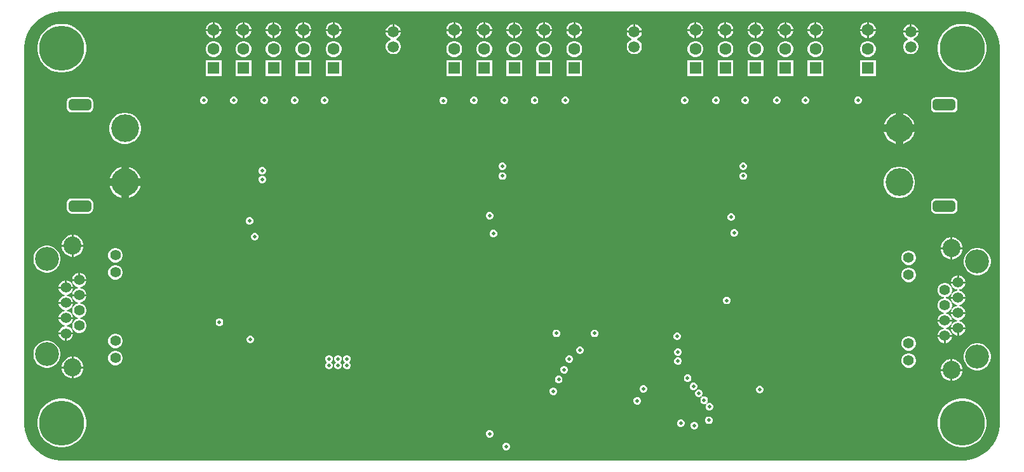
<source format=gbr>
G04*
G04 #@! TF.GenerationSoftware,Altium Limited,Altium Designer,25.1.2 (22)*
G04*
G04 Layer_Physical_Order=2*
G04 Layer_Color=3707366*
%FSLAX44Y44*%
%MOMM*%
G71*
G04*
G04 #@! TF.SameCoordinates,24EE1BED-7E77-41C4-A39D-8EFC6A2CB599*
G04*
G04*
G04 #@! TF.FilePolarity,Positive*
G04*
G01*
G75*
%ADD63C,1.6000*%
%ADD73R,1.6000X1.6000*%
%ADD74C,1.5000*%
%ADD75C,3.7000*%
G04:AMPARAMS|DCode=76|XSize=1.5mm|YSize=3mm|CornerRadius=0.375mm|HoleSize=0mm|Usage=FLASHONLY|Rotation=270.000|XOffset=0mm|YOffset=0mm|HoleType=Round|Shape=RoundedRectangle|*
%AMROUNDEDRECTD76*
21,1,1.5000,2.2500,0,0,270.0*
21,1,0.7500,3.0000,0,0,270.0*
1,1,0.7500,-1.1250,-0.3750*
1,1,0.7500,-1.1250,0.3750*
1,1,0.7500,1.1250,0.3750*
1,1,0.7500,1.1250,-0.3750*
%
%ADD76ROUNDEDRECTD76*%
%ADD77C,6.0000*%
%ADD78C,1.4080*%
%ADD80C,2.4000*%
%ADD81C,3.2000*%
%ADD82C,0.5000*%
G36*
X1358971Y699130D02*
X1365429Y697399D01*
X1371606Y694841D01*
X1377396Y691498D01*
X1382700Y687428D01*
X1387428Y682700D01*
X1391498Y677396D01*
X1394841Y671606D01*
X1397399Y665429D01*
X1399130Y658971D01*
X1400002Y652343D01*
Y649000D01*
X1400002D01*
X1400000Y150500D01*
X1399967Y147178D01*
X1399041Y140599D01*
X1397269Y134196D01*
X1394682Y128077D01*
X1391322Y122345D01*
X1387247Y117097D01*
X1382527Y112422D01*
X1377239Y108399D01*
X1371474Y105096D01*
X1365330Y102568D01*
X1358910Y100859D01*
X1352322Y99998D01*
X1349000Y99998D01*
X1349000Y99998D01*
X1349000Y99998D01*
X151000Y99998D01*
X147657D01*
X141028Y100870D01*
X134571Y102601D01*
X128394Y105159D01*
X122604Y108502D01*
X117300Y112572D01*
X112572Y117300D01*
X108502Y122604D01*
X105159Y128394D01*
X102601Y134571D01*
X100870Y141028D01*
X99998Y147657D01*
Y151000D01*
X99998D01*
Y648997D01*
X100000Y649000D01*
Y652343D01*
X100873Y658971D01*
X102603Y665429D01*
X105162Y671606D01*
X108504Y677396D01*
X112575Y682700D01*
X117302Y687428D01*
X122606Y691498D01*
X128396Y694841D01*
X134573Y697399D01*
X141031Y699130D01*
X147660Y700002D01*
X151002D01*
X151005Y700000D01*
X152258Y700000D01*
X1349000D01*
Y700002D01*
X1352343D01*
X1358971Y699130D01*
D02*
G37*
%LPC*%
G36*
X1115768Y685530D02*
X1115650D01*
Y676260D01*
X1124920D01*
Y676378D01*
X1124202Y679058D01*
X1122814Y681462D01*
X1120852Y683424D01*
X1118448Y684812D01*
X1115768Y685530D01*
D02*
G37*
G36*
X794268D02*
X794150D01*
Y676260D01*
X803420D01*
Y676378D01*
X802702Y679058D01*
X801314Y681462D01*
X799352Y683424D01*
X796948Y684812D01*
X794268Y685530D01*
D02*
G37*
G36*
X791610D02*
X791492D01*
X788812Y684812D01*
X786408Y683424D01*
X784446Y681462D01*
X783058Y679058D01*
X782340Y676378D01*
Y676260D01*
X791610D01*
Y685530D01*
D02*
G37*
G36*
X1113110D02*
X1112992D01*
X1110312Y684812D01*
X1107908Y683424D01*
X1105946Y681462D01*
X1104558Y679058D01*
X1103840Y676378D01*
Y676260D01*
X1113110D01*
Y685530D01*
D02*
G37*
G36*
X1225538D02*
X1225420D01*
Y676260D01*
X1234690D01*
Y676378D01*
X1233972Y679058D01*
X1232584Y681462D01*
X1230622Y683424D01*
X1228218Y684812D01*
X1225538Y685530D01*
D02*
G37*
G36*
X995768D02*
X995650D01*
Y676260D01*
X1004920D01*
Y676378D01*
X1004202Y679058D01*
X1002814Y681462D01*
X1000852Y683424D01*
X998448Y684812D01*
X995768Y685530D01*
D02*
G37*
G36*
X674268D02*
X674150D01*
Y676260D01*
X683420D01*
Y676378D01*
X682702Y679058D01*
X681314Y681462D01*
X679352Y683424D01*
X676948Y684812D01*
X674268Y685530D01*
D02*
G37*
G36*
X433488D02*
X433370D01*
Y676260D01*
X442640D01*
Y676378D01*
X441922Y679058D01*
X440534Y681462D01*
X438572Y683424D01*
X436168Y684812D01*
X433488Y685530D01*
D02*
G37*
G36*
X1222880D02*
X1222762D01*
X1220082Y684812D01*
X1217678Y683424D01*
X1215716Y681462D01*
X1214328Y679058D01*
X1213610Y676378D01*
Y676260D01*
X1222880D01*
Y685530D01*
D02*
G37*
G36*
X671610D02*
X671492D01*
X668812Y684812D01*
X666408Y683424D01*
X664446Y681462D01*
X663058Y679058D01*
X662340Y676378D01*
Y676260D01*
X671610D01*
Y685530D01*
D02*
G37*
G36*
X430830D02*
X430712D01*
X428032Y684812D01*
X425628Y683424D01*
X423666Y681462D01*
X422278Y679058D01*
X421560Y676378D01*
Y676260D01*
X430830D01*
Y685530D01*
D02*
G37*
G36*
X993110D02*
X992992D01*
X990312Y684812D01*
X987908Y683424D01*
X985946Y681462D01*
X984558Y679058D01*
X983840Y676378D01*
Y676260D01*
X993110D01*
Y685530D01*
D02*
G37*
G36*
X1035768D02*
X1035650D01*
Y676260D01*
X1044920D01*
Y676378D01*
X1044202Y679058D01*
X1042814Y681462D01*
X1040852Y683424D01*
X1038448Y684812D01*
X1035768Y685530D01*
D02*
G37*
G36*
X714268D02*
X714150D01*
Y676260D01*
X723420D01*
Y676378D01*
X722702Y679058D01*
X721314Y681462D01*
X719352Y683424D01*
X716948Y684812D01*
X714268Y685530D01*
D02*
G37*
G36*
X513488D02*
X513370D01*
Y676260D01*
X522640D01*
Y676378D01*
X521922Y679058D01*
X520534Y681462D01*
X518572Y683424D01*
X516168Y684812D01*
X513488Y685530D01*
D02*
G37*
G36*
X473488D02*
X473370D01*
Y676260D01*
X482640D01*
Y676378D01*
X481922Y679058D01*
X480534Y681462D01*
X478572Y683424D01*
X476168Y684812D01*
X473488Y685530D01*
D02*
G37*
G36*
X393488D02*
X393370D01*
Y676260D01*
X402640D01*
Y676378D01*
X401922Y679058D01*
X400534Y681462D01*
X398572Y683424D01*
X396168Y684812D01*
X393488Y685530D01*
D02*
G37*
G36*
X711610D02*
X711492D01*
X708812Y684812D01*
X706408Y683424D01*
X704446Y681462D01*
X703058Y679058D01*
X702340Y676378D01*
Y676260D01*
X711610D01*
Y685530D01*
D02*
G37*
G36*
X510830D02*
X510712D01*
X508032Y684812D01*
X505628Y683424D01*
X503666Y681462D01*
X502278Y679058D01*
X501560Y676378D01*
Y676260D01*
X510830D01*
Y685530D01*
D02*
G37*
G36*
X470830D02*
X470712D01*
X468032Y684812D01*
X465628Y683424D01*
X463666Y681462D01*
X462278Y679058D01*
X461560Y676378D01*
Y676260D01*
X470830D01*
Y685530D01*
D02*
G37*
G36*
X390830D02*
X390712D01*
X388032Y684812D01*
X385628Y683424D01*
X383666Y681462D01*
X382278Y679058D01*
X381560Y676378D01*
Y676260D01*
X390830D01*
Y685530D01*
D02*
G37*
G36*
X1033110D02*
X1032992D01*
X1030312Y684812D01*
X1027908Y683424D01*
X1025946Y681462D01*
X1024558Y679058D01*
X1023840Y676378D01*
Y676260D01*
X1033110D01*
Y685530D01*
D02*
G37*
G36*
X1075768D02*
X1075650D01*
Y676260D01*
X1084920D01*
Y676378D01*
X1084202Y679058D01*
X1082814Y681462D01*
X1080852Y683424D01*
X1078448Y684812D01*
X1075768Y685530D01*
D02*
G37*
G36*
X754268D02*
X754150D01*
Y676260D01*
X763420D01*
Y676378D01*
X762702Y679058D01*
X761314Y681462D01*
X759352Y683424D01*
X756948Y684812D01*
X754268Y685530D01*
D02*
G37*
G36*
X353488D02*
X353370D01*
Y676260D01*
X362640D01*
Y676378D01*
X361922Y679058D01*
X360534Y681462D01*
X358572Y683424D01*
X356168Y684812D01*
X353488Y685530D01*
D02*
G37*
G36*
X751610D02*
X751492D01*
X748812Y684812D01*
X746408Y683424D01*
X744446Y681462D01*
X743058Y679058D01*
X742340Y676378D01*
Y676260D01*
X751610D01*
Y685530D01*
D02*
G37*
G36*
X350830D02*
X350712D01*
X348032Y684812D01*
X345628Y683424D01*
X343666Y681462D01*
X342278Y679058D01*
X341560Y676378D01*
Y676260D01*
X350830D01*
Y685530D01*
D02*
G37*
G36*
X1073110D02*
X1072992D01*
X1070312Y684812D01*
X1067908Y683424D01*
X1065946Y681462D01*
X1064558Y679058D01*
X1063840Y676378D01*
Y676260D01*
X1073110D01*
Y685530D01*
D02*
G37*
G36*
X1155768D02*
X1155650D01*
Y676260D01*
X1164920D01*
Y676378D01*
X1164202Y679058D01*
X1162814Y681462D01*
X1160852Y683424D01*
X1158448Y684812D01*
X1155768Y685530D01*
D02*
G37*
G36*
X834268D02*
X834150D01*
Y676260D01*
X843420D01*
Y676378D01*
X842702Y679058D01*
X841314Y681462D01*
X839352Y683424D01*
X836948Y684812D01*
X834268Y685530D01*
D02*
G37*
G36*
X831610D02*
X831492D01*
X828812Y684812D01*
X826408Y683424D01*
X824446Y681462D01*
X823058Y679058D01*
X822340Y676378D01*
Y676260D01*
X831610D01*
Y685530D01*
D02*
G37*
G36*
X1153110D02*
X1152992D01*
X1150312Y684812D01*
X1147908Y683424D01*
X1145946Y681462D01*
X1144558Y679058D01*
X1143840Y676378D01*
Y676260D01*
X1153110D01*
Y685530D01*
D02*
G37*
G36*
X1282632Y682620D02*
X1282580D01*
Y673850D01*
X1291350D01*
Y673902D01*
X1290666Y676455D01*
X1289344Y678745D01*
X1287475Y680614D01*
X1285185Y681936D01*
X1282632Y682620D01*
D02*
G37*
G36*
X1280040D02*
X1279988D01*
X1277435Y681936D01*
X1275145Y680614D01*
X1273276Y678745D01*
X1271954Y676455D01*
X1271270Y673902D01*
Y673850D01*
X1280040D01*
Y682620D01*
D02*
G37*
G36*
X914182D02*
X914130D01*
Y673850D01*
X922900D01*
Y673902D01*
X922216Y676455D01*
X920894Y678745D01*
X919025Y680614D01*
X916735Y681936D01*
X914182Y682620D01*
D02*
G37*
G36*
X593022D02*
X592970D01*
Y673850D01*
X601740D01*
Y673902D01*
X601056Y676455D01*
X599734Y678745D01*
X597865Y680614D01*
X595575Y681936D01*
X593022Y682620D01*
D02*
G37*
G36*
X911590D02*
X911538D01*
X908985Y681936D01*
X906695Y680614D01*
X904826Y678745D01*
X903504Y676455D01*
X902820Y673902D01*
Y673850D01*
X911590D01*
Y682620D01*
D02*
G37*
G36*
X590430D02*
X590378D01*
X587825Y681936D01*
X585535Y680614D01*
X583666Y678745D01*
X582344Y676455D01*
X581660Y673902D01*
Y673850D01*
X590430D01*
Y682620D01*
D02*
G37*
G36*
X1234690Y673720D02*
X1225420D01*
Y664450D01*
X1225538D01*
X1228218Y665168D01*
X1230622Y666556D01*
X1232584Y668518D01*
X1233972Y670922D01*
X1234690Y673602D01*
Y673720D01*
D02*
G37*
G36*
X1222880D02*
X1213610D01*
Y673602D01*
X1214328Y670922D01*
X1215716Y668518D01*
X1217678Y666556D01*
X1220082Y665168D01*
X1222762Y664450D01*
X1222880D01*
Y673720D01*
D02*
G37*
G36*
X1164920Y673720D02*
X1155650D01*
Y664450D01*
X1155768D01*
X1158448Y665168D01*
X1160852Y666556D01*
X1162814Y668518D01*
X1164202Y670922D01*
X1164920Y673602D01*
Y673720D01*
D02*
G37*
G36*
X1153110D02*
X1143840D01*
Y673602D01*
X1144558Y670922D01*
X1145946Y668518D01*
X1147908Y666556D01*
X1150312Y665168D01*
X1152992Y664450D01*
X1153110D01*
Y673720D01*
D02*
G37*
G36*
X1124920Y673720D02*
X1115650D01*
Y664450D01*
X1115768D01*
X1118448Y665168D01*
X1120852Y666556D01*
X1122814Y668518D01*
X1124202Y670922D01*
X1124920Y673602D01*
Y673720D01*
D02*
G37*
G36*
X1113110D02*
X1103840D01*
Y673602D01*
X1104558Y670922D01*
X1105946Y668518D01*
X1107908Y666556D01*
X1110312Y665168D01*
X1112992Y664450D01*
X1113110D01*
Y673720D01*
D02*
G37*
G36*
X1084920Y673720D02*
X1075650D01*
Y664450D01*
X1075768D01*
X1078448Y665168D01*
X1080852Y666556D01*
X1082814Y668518D01*
X1084202Y670922D01*
X1084920Y673602D01*
Y673720D01*
D02*
G37*
G36*
X1073110D02*
X1063840D01*
Y673602D01*
X1064558Y670922D01*
X1065946Y668518D01*
X1067908Y666556D01*
X1070312Y665168D01*
X1072992Y664450D01*
X1073110D01*
Y673720D01*
D02*
G37*
G36*
X1044920Y673720D02*
X1035650D01*
Y664450D01*
X1035768D01*
X1038448Y665168D01*
X1040852Y666556D01*
X1042814Y668518D01*
X1044202Y670922D01*
X1044920Y673602D01*
Y673720D01*
D02*
G37*
G36*
X1033110D02*
X1023840D01*
Y673602D01*
X1024558Y670922D01*
X1025946Y668518D01*
X1027908Y666556D01*
X1030312Y665168D01*
X1032992Y664450D01*
X1033110D01*
Y673720D01*
D02*
G37*
G36*
X1004920Y673720D02*
X995650D01*
Y664450D01*
X995768D01*
X998448Y665168D01*
X1000852Y666556D01*
X1002814Y668518D01*
X1004202Y670922D01*
X1004920Y673602D01*
Y673720D01*
D02*
G37*
G36*
X993110D02*
X983840D01*
Y673602D01*
X984558Y670922D01*
X985946Y668518D01*
X987908Y666556D01*
X990312Y665168D01*
X992992Y664450D01*
X993110D01*
Y673720D01*
D02*
G37*
G36*
X843420Y673720D02*
X834150D01*
Y664450D01*
X834268D01*
X836948Y665168D01*
X839352Y666556D01*
X841314Y668518D01*
X842702Y670922D01*
X843420Y673602D01*
Y673720D01*
D02*
G37*
G36*
X831610D02*
X822340D01*
Y673602D01*
X823058Y670922D01*
X824446Y668518D01*
X826408Y666556D01*
X828812Y665168D01*
X831492Y664450D01*
X831610D01*
Y673720D01*
D02*
G37*
G36*
X803420Y673720D02*
X794150D01*
Y664450D01*
X794268D01*
X796948Y665168D01*
X799352Y666556D01*
X801314Y668518D01*
X802702Y670922D01*
X803420Y673602D01*
Y673720D01*
D02*
G37*
G36*
X791610D02*
X782340D01*
Y673602D01*
X783058Y670922D01*
X784446Y668518D01*
X786408Y666556D01*
X788812Y665168D01*
X791492Y664450D01*
X791610D01*
Y673720D01*
D02*
G37*
G36*
X763420Y673720D02*
X754150D01*
Y664450D01*
X754268D01*
X756948Y665168D01*
X759352Y666556D01*
X761314Y668518D01*
X762702Y670922D01*
X763420Y673602D01*
Y673720D01*
D02*
G37*
G36*
X751610D02*
X742340D01*
Y673602D01*
X743058Y670922D01*
X744446Y668518D01*
X746408Y666556D01*
X748812Y665168D01*
X751492Y664450D01*
X751610D01*
Y673720D01*
D02*
G37*
G36*
X723420Y673720D02*
X714150D01*
Y664450D01*
X714268D01*
X716948Y665168D01*
X719352Y666556D01*
X721314Y668518D01*
X722702Y670922D01*
X723420Y673602D01*
Y673720D01*
D02*
G37*
G36*
X711610D02*
X702340D01*
Y673602D01*
X703058Y670922D01*
X704446Y668518D01*
X706408Y666556D01*
X708812Y665168D01*
X711492Y664450D01*
X711610D01*
Y673720D01*
D02*
G37*
G36*
X683420Y673720D02*
X674150D01*
Y664450D01*
X674268D01*
X676948Y665168D01*
X679352Y666556D01*
X681314Y668518D01*
X682702Y670922D01*
X683420Y673602D01*
Y673720D01*
D02*
G37*
G36*
X671610D02*
X662340D01*
Y673602D01*
X663058Y670922D01*
X664446Y668518D01*
X666408Y666556D01*
X668812Y665168D01*
X671492Y664450D01*
X671610D01*
Y673720D01*
D02*
G37*
G36*
X522640Y673720D02*
X513370D01*
Y664450D01*
X513488D01*
X516168Y665168D01*
X518572Y666556D01*
X520534Y668518D01*
X521922Y670922D01*
X522640Y673602D01*
Y673720D01*
D02*
G37*
G36*
X510830D02*
X501560D01*
Y673602D01*
X502278Y670922D01*
X503666Y668518D01*
X505628Y666556D01*
X508032Y665168D01*
X510712Y664450D01*
X510830D01*
Y673720D01*
D02*
G37*
G36*
X482640D02*
X473370D01*
Y664450D01*
X473488D01*
X476168Y665168D01*
X478572Y666556D01*
X480534Y668518D01*
X481922Y670922D01*
X482640Y673602D01*
Y673720D01*
D02*
G37*
G36*
X470830D02*
X461560D01*
Y673602D01*
X462278Y670922D01*
X463666Y668518D01*
X465628Y666556D01*
X468032Y665168D01*
X470712Y664450D01*
X470830D01*
Y673720D01*
D02*
G37*
G36*
X442640Y673720D02*
X433370D01*
Y664450D01*
X433488D01*
X436168Y665168D01*
X438572Y666556D01*
X440534Y668518D01*
X441922Y670922D01*
X442640Y673602D01*
Y673720D01*
D02*
G37*
G36*
X430830D02*
X421560D01*
Y673602D01*
X422278Y670922D01*
X423666Y668518D01*
X425628Y666556D01*
X428032Y665168D01*
X430712Y664450D01*
X430830D01*
Y673720D01*
D02*
G37*
G36*
X402640Y673720D02*
X393370D01*
Y664450D01*
X393488D01*
X396168Y665168D01*
X398572Y666556D01*
X400534Y668518D01*
X401922Y670922D01*
X402640Y673602D01*
Y673720D01*
D02*
G37*
G36*
X390830D02*
X381560D01*
Y673602D01*
X382278Y670922D01*
X383666Y668518D01*
X385628Y666556D01*
X388032Y665168D01*
X390712Y664450D01*
X390830D01*
Y673720D01*
D02*
G37*
G36*
X362640Y673720D02*
X353370D01*
Y664450D01*
X353488D01*
X356168Y665168D01*
X358572Y666556D01*
X360534Y668518D01*
X361922Y670922D01*
X362640Y673602D01*
Y673720D01*
D02*
G37*
G36*
X350830D02*
X341560D01*
Y673602D01*
X342278Y670922D01*
X343666Y668518D01*
X345628Y666556D01*
X348032Y665168D01*
X350712Y664450D01*
X350830D01*
Y673720D01*
D02*
G37*
G36*
X1291350Y671310D02*
X1281310D01*
X1271270D01*
Y671258D01*
X1271954Y668705D01*
X1273276Y666415D01*
X1275145Y664546D01*
X1277403Y663242D01*
X1277469Y662966D01*
Y662194D01*
X1277403Y661918D01*
X1275145Y660614D01*
X1273276Y658745D01*
X1271954Y656455D01*
X1271270Y653902D01*
Y651258D01*
X1271954Y648705D01*
X1273276Y646415D01*
X1275145Y644546D01*
X1277435Y643224D01*
X1279988Y642540D01*
X1282632D01*
X1285185Y643224D01*
X1287475Y644546D01*
X1289344Y646415D01*
X1290666Y648705D01*
X1291350Y651258D01*
Y653902D01*
X1290666Y656455D01*
X1289344Y658745D01*
X1287475Y660614D01*
X1285217Y661918D01*
X1285151Y662194D01*
Y662966D01*
X1285217Y663242D01*
X1287475Y664546D01*
X1289344Y666415D01*
X1290666Y668705D01*
X1291350Y671258D01*
Y671310D01*
D02*
G37*
G36*
X922900Y671310D02*
X912860D01*
X902820D01*
Y671258D01*
X903504Y668705D01*
X904826Y666415D01*
X906695Y664546D01*
X908953Y663242D01*
X909019Y662966D01*
Y662194D01*
X908953Y661918D01*
X906695Y660614D01*
X904826Y658745D01*
X903504Y656455D01*
X902820Y653902D01*
Y651258D01*
X903504Y648705D01*
X904826Y646415D01*
X906695Y644546D01*
X908985Y643224D01*
X911538Y642540D01*
X914182D01*
X916735Y643224D01*
X919025Y644546D01*
X920894Y646415D01*
X922216Y648705D01*
X922900Y651258D01*
Y653902D01*
X922216Y656455D01*
X920894Y658745D01*
X919025Y660614D01*
X916767Y661918D01*
X916701Y662194D01*
Y662966D01*
X916767Y663242D01*
X919025Y664546D01*
X920894Y666415D01*
X922216Y668705D01*
X922900Y671258D01*
Y671310D01*
D02*
G37*
G36*
X601740D02*
X591700D01*
X581660D01*
Y671258D01*
X582344Y668705D01*
X583666Y666415D01*
X585535Y664546D01*
X587794Y663242D01*
X587859Y662966D01*
Y662194D01*
X587794Y661918D01*
X585535Y660614D01*
X583666Y658745D01*
X582344Y656455D01*
X581660Y653902D01*
Y651258D01*
X582344Y648705D01*
X583666Y646415D01*
X585535Y644546D01*
X587825Y643224D01*
X590378Y642540D01*
X593022D01*
X595575Y643224D01*
X597865Y644546D01*
X599734Y646415D01*
X601056Y648705D01*
X601740Y651258D01*
Y653902D01*
X601056Y656455D01*
X599734Y658745D01*
X597865Y660614D01*
X595606Y661918D01*
X595541Y662194D01*
Y662966D01*
X595606Y663242D01*
X597865Y664546D01*
X599734Y666415D01*
X601056Y668705D01*
X601740Y671258D01*
Y671310D01*
D02*
G37*
G36*
X1225538Y660130D02*
X1222762D01*
X1220082Y659412D01*
X1217678Y658024D01*
X1215716Y656062D01*
X1214328Y653658D01*
X1213610Y650978D01*
Y648202D01*
X1214328Y645522D01*
X1215716Y643118D01*
X1217678Y641156D01*
X1220082Y639768D01*
X1222762Y639050D01*
X1225538D01*
X1228218Y639768D01*
X1230622Y641156D01*
X1232584Y643118D01*
X1233972Y645522D01*
X1234690Y648202D01*
Y650978D01*
X1233972Y653658D01*
X1232584Y656062D01*
X1230622Y658024D01*
X1228218Y659412D01*
X1225538Y660130D01*
D02*
G37*
G36*
X1155768D02*
X1152992D01*
X1150312Y659412D01*
X1147908Y658024D01*
X1145946Y656062D01*
X1144558Y653658D01*
X1143840Y650978D01*
Y648202D01*
X1144558Y645522D01*
X1145946Y643118D01*
X1147908Y641156D01*
X1150312Y639768D01*
X1152992Y639050D01*
X1155768D01*
X1158448Y639768D01*
X1160852Y641156D01*
X1162814Y643118D01*
X1164202Y645522D01*
X1164920Y648202D01*
Y650978D01*
X1164202Y653658D01*
X1162814Y656062D01*
X1160852Y658024D01*
X1158448Y659412D01*
X1155768Y660130D01*
D02*
G37*
G36*
X1115768D02*
X1112992D01*
X1110312Y659412D01*
X1107908Y658024D01*
X1105946Y656062D01*
X1104558Y653658D01*
X1103840Y650978D01*
Y648202D01*
X1104558Y645522D01*
X1105946Y643118D01*
X1107908Y641156D01*
X1110312Y639768D01*
X1112992Y639050D01*
X1115768D01*
X1118448Y639768D01*
X1120852Y641156D01*
X1122814Y643118D01*
X1124202Y645522D01*
X1124920Y648202D01*
Y650978D01*
X1124202Y653658D01*
X1122814Y656062D01*
X1120852Y658024D01*
X1118448Y659412D01*
X1115768Y660130D01*
D02*
G37*
G36*
X1075768D02*
X1072992D01*
X1070312Y659412D01*
X1067908Y658024D01*
X1065946Y656062D01*
X1064558Y653658D01*
X1063840Y650978D01*
Y648202D01*
X1064558Y645522D01*
X1065946Y643118D01*
X1067908Y641156D01*
X1070312Y639768D01*
X1072992Y639050D01*
X1075768D01*
X1078448Y639768D01*
X1080852Y641156D01*
X1082814Y643118D01*
X1084202Y645522D01*
X1084920Y648202D01*
Y650978D01*
X1084202Y653658D01*
X1082814Y656062D01*
X1080852Y658024D01*
X1078448Y659412D01*
X1075768Y660130D01*
D02*
G37*
G36*
X1035768D02*
X1032992D01*
X1030312Y659412D01*
X1027908Y658024D01*
X1025946Y656062D01*
X1024558Y653658D01*
X1023840Y650978D01*
Y648202D01*
X1024558Y645522D01*
X1025946Y643118D01*
X1027908Y641156D01*
X1030312Y639768D01*
X1032992Y639050D01*
X1035768D01*
X1038448Y639768D01*
X1040852Y641156D01*
X1042814Y643118D01*
X1044202Y645522D01*
X1044920Y648202D01*
Y650978D01*
X1044202Y653658D01*
X1042814Y656062D01*
X1040852Y658024D01*
X1038448Y659412D01*
X1035768Y660130D01*
D02*
G37*
G36*
X995768D02*
X992992D01*
X990312Y659412D01*
X987908Y658024D01*
X985946Y656062D01*
X984558Y653658D01*
X983840Y650978D01*
Y648202D01*
X984558Y645522D01*
X985946Y643118D01*
X987908Y641156D01*
X990312Y639768D01*
X992992Y639050D01*
X995768D01*
X998448Y639768D01*
X1000852Y641156D01*
X1002814Y643118D01*
X1004202Y645522D01*
X1004920Y648202D01*
Y650978D01*
X1004202Y653658D01*
X1002814Y656062D01*
X1000852Y658024D01*
X998448Y659412D01*
X995768Y660130D01*
D02*
G37*
G36*
X834268D02*
X831492D01*
X828812Y659412D01*
X826408Y658024D01*
X824446Y656062D01*
X823058Y653658D01*
X822340Y650978D01*
Y648202D01*
X823058Y645522D01*
X824446Y643118D01*
X826408Y641156D01*
X828812Y639768D01*
X831492Y639050D01*
X834268D01*
X836948Y639768D01*
X839352Y641156D01*
X841314Y643118D01*
X842702Y645522D01*
X843420Y648202D01*
Y650978D01*
X842702Y653658D01*
X841314Y656062D01*
X839352Y658024D01*
X836948Y659412D01*
X834268Y660130D01*
D02*
G37*
G36*
X794268D02*
X791492D01*
X788812Y659412D01*
X786408Y658024D01*
X784446Y656062D01*
X783058Y653658D01*
X782340Y650978D01*
Y648202D01*
X783058Y645522D01*
X784446Y643118D01*
X786408Y641156D01*
X788812Y639768D01*
X791492Y639050D01*
X794268D01*
X796948Y639768D01*
X799352Y641156D01*
X801314Y643118D01*
X802702Y645522D01*
X803420Y648202D01*
Y650978D01*
X802702Y653658D01*
X801314Y656062D01*
X799352Y658024D01*
X796948Y659412D01*
X794268Y660130D01*
D02*
G37*
G36*
X754268D02*
X751492D01*
X748812Y659412D01*
X746408Y658024D01*
X744446Y656062D01*
X743058Y653658D01*
X742340Y650978D01*
Y648202D01*
X743058Y645522D01*
X744446Y643118D01*
X746408Y641156D01*
X748812Y639768D01*
X751492Y639050D01*
X754268D01*
X756948Y639768D01*
X759352Y641156D01*
X761314Y643118D01*
X762702Y645522D01*
X763420Y648202D01*
Y650978D01*
X762702Y653658D01*
X761314Y656062D01*
X759352Y658024D01*
X756948Y659412D01*
X754268Y660130D01*
D02*
G37*
G36*
X714268D02*
X711492D01*
X708812Y659412D01*
X706408Y658024D01*
X704446Y656062D01*
X703058Y653658D01*
X702340Y650978D01*
Y648202D01*
X703058Y645522D01*
X704446Y643118D01*
X706408Y641156D01*
X708812Y639768D01*
X711492Y639050D01*
X714268D01*
X716948Y639768D01*
X719352Y641156D01*
X721314Y643118D01*
X722702Y645522D01*
X723420Y648202D01*
Y650978D01*
X722702Y653658D01*
X721314Y656062D01*
X719352Y658024D01*
X716948Y659412D01*
X714268Y660130D01*
D02*
G37*
G36*
X674268D02*
X671492D01*
X668812Y659412D01*
X666408Y658024D01*
X664446Y656062D01*
X663058Y653658D01*
X662340Y650978D01*
Y648202D01*
X663058Y645522D01*
X664446Y643118D01*
X666408Y641156D01*
X668812Y639768D01*
X671492Y639050D01*
X674268D01*
X676948Y639768D01*
X679352Y641156D01*
X681314Y643118D01*
X682702Y645522D01*
X683420Y648202D01*
Y650978D01*
X682702Y653658D01*
X681314Y656062D01*
X679352Y658024D01*
X676948Y659412D01*
X674268Y660130D01*
D02*
G37*
G36*
X513488D02*
X510712D01*
X508032Y659412D01*
X505628Y658024D01*
X503666Y656062D01*
X502278Y653658D01*
X501560Y650978D01*
Y648202D01*
X502278Y645522D01*
X503666Y643118D01*
X505628Y641156D01*
X508032Y639768D01*
X510712Y639050D01*
X513488D01*
X516168Y639768D01*
X518572Y641156D01*
X520534Y643118D01*
X521922Y645522D01*
X522640Y648202D01*
Y650978D01*
X521922Y653658D01*
X520534Y656062D01*
X518572Y658024D01*
X516168Y659412D01*
X513488Y660130D01*
D02*
G37*
G36*
X473488D02*
X470712D01*
X468032Y659412D01*
X465628Y658024D01*
X463666Y656062D01*
X462278Y653658D01*
X461560Y650978D01*
Y648202D01*
X462278Y645522D01*
X463666Y643118D01*
X465628Y641156D01*
X468032Y639768D01*
X470712Y639050D01*
X473488D01*
X476168Y639768D01*
X478572Y641156D01*
X480534Y643118D01*
X481922Y645522D01*
X482640Y648202D01*
Y650978D01*
X481922Y653658D01*
X480534Y656062D01*
X478572Y658024D01*
X476168Y659412D01*
X473488Y660130D01*
D02*
G37*
G36*
X433488D02*
X430712D01*
X428032Y659412D01*
X425628Y658024D01*
X423666Y656062D01*
X422278Y653658D01*
X421560Y650978D01*
Y648202D01*
X422278Y645522D01*
X423666Y643118D01*
X425628Y641156D01*
X428032Y639768D01*
X430712Y639050D01*
X433488D01*
X436168Y639768D01*
X438572Y641156D01*
X440534Y643118D01*
X441922Y645522D01*
X442640Y648202D01*
Y650978D01*
X441922Y653658D01*
X440534Y656062D01*
X438572Y658024D01*
X436168Y659412D01*
X433488Y660130D01*
D02*
G37*
G36*
X393488D02*
X390712D01*
X388032Y659412D01*
X385628Y658024D01*
X383666Y656062D01*
X382278Y653658D01*
X381560Y650978D01*
Y648202D01*
X382278Y645522D01*
X383666Y643118D01*
X385628Y641156D01*
X388032Y639768D01*
X390712Y639050D01*
X393488D01*
X396168Y639768D01*
X398572Y641156D01*
X400534Y643118D01*
X401922Y645522D01*
X402640Y648202D01*
Y650978D01*
X401922Y653658D01*
X400534Y656062D01*
X398572Y658024D01*
X396168Y659412D01*
X393488Y660130D01*
D02*
G37*
G36*
X353488D02*
X350712D01*
X348032Y659412D01*
X345628Y658024D01*
X343666Y656062D01*
X342278Y653658D01*
X341560Y650978D01*
Y648202D01*
X342278Y645522D01*
X343666Y643118D01*
X345628Y641156D01*
X348032Y639768D01*
X350712Y639050D01*
X353488D01*
X356168Y639768D01*
X358572Y641156D01*
X360534Y643118D01*
X361922Y645522D01*
X362640Y648202D01*
Y650978D01*
X361922Y653658D01*
X360534Y656062D01*
X358572Y658024D01*
X356168Y659412D01*
X353488Y660130D01*
D02*
G37*
G36*
X1352361Y683140D02*
X1347239D01*
X1342180Y682339D01*
X1337309Y680756D01*
X1332745Y678431D01*
X1328602Y675420D01*
X1324980Y671798D01*
X1321969Y667655D01*
X1319644Y663091D01*
X1318061Y658220D01*
X1317260Y653161D01*
Y648039D01*
X1318061Y642980D01*
X1319644Y638109D01*
X1321969Y633545D01*
X1324980Y629402D01*
X1328602Y625780D01*
X1332745Y622769D01*
X1337309Y620444D01*
X1342180Y618861D01*
X1347239Y618060D01*
X1352361D01*
X1357420Y618861D01*
X1362291Y620444D01*
X1366855Y622769D01*
X1370998Y625780D01*
X1374620Y629402D01*
X1377631Y633545D01*
X1379956Y638109D01*
X1381539Y642980D01*
X1382340Y648039D01*
Y653161D01*
X1381539Y658220D01*
X1379956Y663091D01*
X1377631Y667655D01*
X1374620Y671798D01*
X1370998Y675420D01*
X1366855Y678431D01*
X1362291Y680756D01*
X1357420Y682339D01*
X1352361Y683140D01*
D02*
G37*
G36*
X152361D02*
X147239D01*
X142180Y682339D01*
X137309Y680756D01*
X132745Y678431D01*
X128602Y675420D01*
X124980Y671798D01*
X121969Y667655D01*
X119644Y663091D01*
X118061Y658220D01*
X117260Y653161D01*
Y648039D01*
X118061Y642980D01*
X119644Y638109D01*
X121969Y633545D01*
X124980Y629402D01*
X128602Y625780D01*
X132745Y622769D01*
X137309Y620444D01*
X142180Y618861D01*
X147239Y618060D01*
X152361D01*
X157420Y618861D01*
X162291Y620444D01*
X166855Y622769D01*
X170998Y625780D01*
X174620Y629402D01*
X177631Y633545D01*
X179956Y638109D01*
X181539Y642980D01*
X182340Y648039D01*
Y653161D01*
X181539Y658220D01*
X179956Y663091D01*
X177631Y667655D01*
X174620Y671798D01*
X170998Y675420D01*
X166855Y678431D01*
X162291Y680756D01*
X157420Y682339D01*
X152361Y683140D01*
D02*
G37*
G36*
X1234690Y634730D02*
X1213610D01*
Y613650D01*
X1234690D01*
Y634730D01*
D02*
G37*
G36*
X1164920D02*
X1143840D01*
Y613650D01*
X1164920D01*
Y634730D01*
D02*
G37*
G36*
X1124920D02*
X1103840D01*
Y613650D01*
X1124920D01*
Y634730D01*
D02*
G37*
G36*
X1084920D02*
X1063840D01*
Y613650D01*
X1084920D01*
Y634730D01*
D02*
G37*
G36*
X1044920D02*
X1023840D01*
Y613650D01*
X1044920D01*
Y634730D01*
D02*
G37*
G36*
X1004920D02*
X983840D01*
Y613650D01*
X1004920D01*
Y634730D01*
D02*
G37*
G36*
X843420D02*
X822340D01*
Y613650D01*
X843420D01*
Y634730D01*
D02*
G37*
G36*
X803420D02*
X782340D01*
Y613650D01*
X803420D01*
Y634730D01*
D02*
G37*
G36*
X763420D02*
X742340D01*
Y613650D01*
X763420D01*
Y634730D01*
D02*
G37*
G36*
X723420D02*
X702340D01*
Y613650D01*
X723420D01*
Y634730D01*
D02*
G37*
G36*
X683420D02*
X662340D01*
Y613650D01*
X683420D01*
Y634730D01*
D02*
G37*
G36*
X522640D02*
X501560D01*
Y613650D01*
X522640D01*
Y634730D01*
D02*
G37*
G36*
X482640D02*
X461560D01*
Y613650D01*
X482640D01*
Y634730D01*
D02*
G37*
G36*
X442640D02*
X421560D01*
Y613650D01*
X442640D01*
Y634730D01*
D02*
G37*
G36*
X402640D02*
X381560D01*
Y613650D01*
X402640D01*
Y634730D01*
D02*
G37*
G36*
X362640D02*
X341560D01*
Y613650D01*
X362640D01*
Y634730D01*
D02*
G37*
G36*
X1212002Y586040D02*
X1209997D01*
X1208145Y585273D01*
X1206727Y583855D01*
X1205960Y582002D01*
Y579997D01*
X1206727Y578145D01*
X1208145Y576727D01*
X1209997Y575960D01*
X1212002D01*
X1213855Y576727D01*
X1215273Y578145D01*
X1216040Y579997D01*
Y582002D01*
X1215273Y583855D01*
X1213855Y585273D01*
X1212002Y586040D01*
D02*
G37*
G36*
X501003D02*
X498997D01*
X497145Y585273D01*
X495727Y583855D01*
X494960Y582002D01*
Y579997D01*
X495727Y578145D01*
X497145Y576727D01*
X498997Y575960D01*
X501003D01*
X502855Y576727D01*
X504273Y578145D01*
X505040Y579997D01*
Y582002D01*
X504273Y583855D01*
X502855Y585273D01*
X501003Y586040D01*
D02*
G37*
G36*
X461003D02*
X458997D01*
X457145Y585273D01*
X455727Y583855D01*
X454960Y582002D01*
Y579997D01*
X455727Y578145D01*
X457145Y576727D01*
X458997Y575960D01*
X461003D01*
X462855Y576727D01*
X464273Y578145D01*
X465040Y579997D01*
Y582002D01*
X464273Y583855D01*
X462855Y585273D01*
X461003Y586040D01*
D02*
G37*
G36*
X421003D02*
X418997D01*
X417145Y585273D01*
X415727Y583855D01*
X414960Y582002D01*
Y579997D01*
X415727Y578145D01*
X417145Y576727D01*
X418997Y575960D01*
X421003D01*
X422855Y576727D01*
X424273Y578145D01*
X425040Y579997D01*
Y582002D01*
X424273Y583855D01*
X422855Y585273D01*
X421003Y586040D01*
D02*
G37*
G36*
X380003D02*
X377998D01*
X376145Y585273D01*
X374727Y583855D01*
X373960Y582002D01*
Y579997D01*
X374727Y578145D01*
X376145Y576727D01*
X377998Y575960D01*
X380003D01*
X381855Y576727D01*
X383273Y578145D01*
X384040Y579997D01*
Y582002D01*
X383273Y583855D01*
X381855Y585273D01*
X380003Y586040D01*
D02*
G37*
G36*
X340003D02*
X337998D01*
X336145Y585273D01*
X334727Y583855D01*
X333960Y582002D01*
Y579997D01*
X334727Y578145D01*
X336145Y576727D01*
X337998Y575960D01*
X340003D01*
X341855Y576727D01*
X343273Y578145D01*
X344040Y579997D01*
Y582002D01*
X343273Y583855D01*
X341855Y585273D01*
X340003Y586040D01*
D02*
G37*
G36*
X1142000Y586000D02*
X1139995D01*
X1138143Y585233D01*
X1136725Y583815D01*
X1135957Y581963D01*
Y579958D01*
X1136725Y578105D01*
X1138143Y576687D01*
X1139995Y575920D01*
X1142000D01*
X1143852Y576687D01*
X1145270Y578105D01*
X1146038Y579958D01*
Y581963D01*
X1145270Y583815D01*
X1143852Y585233D01*
X1142000Y586000D01*
D02*
G37*
G36*
X1104005D02*
X1102000D01*
X1100148Y585233D01*
X1098730Y583815D01*
X1097962Y581963D01*
Y579958D01*
X1098730Y578105D01*
X1100148Y576687D01*
X1102000Y575920D01*
X1104005D01*
X1105857Y576687D01*
X1107275Y578105D01*
X1108043Y579958D01*
Y581963D01*
X1107275Y583815D01*
X1105857Y585233D01*
X1104005Y586000D01*
D02*
G37*
G36*
X1062000D02*
X1059995D01*
X1058143Y585233D01*
X1056725Y583815D01*
X1055957Y581963D01*
Y579958D01*
X1056725Y578105D01*
X1058143Y576687D01*
X1059995Y575920D01*
X1062000D01*
X1063852Y576687D01*
X1065270Y578105D01*
X1066038Y579958D01*
Y581963D01*
X1065270Y583815D01*
X1063852Y585233D01*
X1062000Y586000D01*
D02*
G37*
G36*
X1023005D02*
X1021000D01*
X1019147Y585233D01*
X1017730Y583815D01*
X1016963Y581963D01*
Y579958D01*
X1017730Y578105D01*
X1019147Y576687D01*
X1021000Y575920D01*
X1023005D01*
X1024857Y576687D01*
X1026275Y578105D01*
X1027042Y579958D01*
Y581963D01*
X1026275Y583815D01*
X1024857Y585233D01*
X1023005Y586000D01*
D02*
G37*
G36*
X981000D02*
X978995D01*
X977142Y585233D01*
X975725Y583815D01*
X974958Y581963D01*
Y579958D01*
X975725Y578105D01*
X977142Y576687D01*
X978995Y575920D01*
X981000D01*
X982852Y576687D01*
X984270Y578105D01*
X985038Y579958D01*
Y581963D01*
X984270Y583815D01*
X982852Y585233D01*
X981000Y586000D01*
D02*
G37*
G36*
X822000D02*
X819995D01*
X818143Y585233D01*
X816725Y583815D01*
X815957Y581963D01*
Y579958D01*
X816725Y578105D01*
X818143Y576687D01*
X819995Y575920D01*
X822000D01*
X823852Y576687D01*
X825270Y578105D01*
X826038Y579958D01*
Y581963D01*
X825270Y583815D01*
X823852Y585233D01*
X822000Y586000D01*
D02*
G37*
G36*
X781000D02*
X778995D01*
X777142Y585233D01*
X775725Y583815D01*
X774958Y581963D01*
Y579958D01*
X775725Y578105D01*
X777142Y576687D01*
X778995Y575920D01*
X781000D01*
X782852Y576687D01*
X784270Y578105D01*
X785038Y579958D01*
Y581963D01*
X784270Y583815D01*
X782852Y585233D01*
X781000Y586000D01*
D02*
G37*
G36*
X741000D02*
X738995D01*
X737142Y585233D01*
X735725Y583815D01*
X734958Y581963D01*
Y579958D01*
X735725Y578105D01*
X737142Y576687D01*
X738995Y575920D01*
X741000D01*
X742852Y576687D01*
X744270Y578105D01*
X745038Y579958D01*
Y581963D01*
X744270Y583815D01*
X742852Y585233D01*
X741000Y586000D01*
D02*
G37*
G36*
X700275Y585949D02*
X698270D01*
X696417Y585182D01*
X694999Y583764D01*
X694232Y581911D01*
Y579906D01*
X694999Y578054D01*
X696417Y576636D01*
X698270Y575869D01*
X700275D01*
X702127Y576636D01*
X703545Y578054D01*
X704312Y579906D01*
Y581911D01*
X703545Y583764D01*
X702127Y585182D01*
X700275Y585949D01*
D02*
G37*
G36*
X659172Y585721D02*
X657167D01*
X655315Y584953D01*
X653897Y583536D01*
X653130Y581683D01*
Y579678D01*
X653897Y577826D01*
X655315Y576408D01*
X657167Y575641D01*
X659172D01*
X661024Y576408D01*
X662442Y577826D01*
X663210Y579678D01*
Y581683D01*
X662442Y583536D01*
X661024Y584953D01*
X659172Y585721D01*
D02*
G37*
G36*
X1337250Y585163D02*
X1314750D01*
X1312296Y584675D01*
X1310215Y583285D01*
X1308825Y581204D01*
X1308337Y578750D01*
Y571250D01*
X1308825Y568796D01*
X1310215Y566715D01*
X1312296Y565325D01*
X1314750Y564837D01*
X1337250D01*
X1339704Y565325D01*
X1341785Y566715D01*
X1343175Y568796D01*
X1343663Y571250D01*
Y578750D01*
X1343175Y581204D01*
X1341785Y583285D01*
X1339704Y584675D01*
X1337250Y585163D01*
D02*
G37*
G36*
X185250Y585163D02*
X162750D01*
X160296Y584675D01*
X158215Y583285D01*
X156825Y581204D01*
X156337Y578750D01*
Y571250D01*
X156825Y568796D01*
X158215Y566715D01*
X160296Y565325D01*
X162750Y564837D01*
X185250D01*
X187704Y565325D01*
X189785Y566715D01*
X191175Y568796D01*
X191663Y571250D01*
Y578750D01*
X191175Y581204D01*
X189785Y583285D01*
X187704Y584675D01*
X185250Y585163D01*
D02*
G37*
G36*
X1271080Y563942D02*
Y548580D01*
X1286442D01*
X1286231Y549637D01*
X1284645Y553466D01*
X1282343Y556912D01*
X1279412Y559843D01*
X1275966Y562145D01*
X1272137Y563731D01*
X1271080Y563942D01*
D02*
G37*
G36*
X1260920Y563942D02*
X1259863Y563731D01*
X1256034Y562145D01*
X1252588Y559843D01*
X1249657Y556912D01*
X1247355Y553466D01*
X1245769Y549637D01*
X1245558Y548580D01*
X1260920D01*
Y563942D01*
D02*
G37*
G36*
X1286442Y538420D02*
X1271080D01*
Y523058D01*
X1272137Y523269D01*
X1275966Y524855D01*
X1279412Y527157D01*
X1282343Y530088D01*
X1284645Y533534D01*
X1286231Y537363D01*
X1286442Y538420D01*
D02*
G37*
G36*
X1260920D02*
X1245558D01*
X1245769Y537363D01*
X1247355Y533534D01*
X1249657Y530088D01*
X1252588Y527157D01*
X1256034Y524855D01*
X1259863Y523269D01*
X1260920Y523058D01*
Y538420D01*
D02*
G37*
G36*
X236072Y564540D02*
X231928D01*
X227863Y563731D01*
X224034Y562145D01*
X220588Y559843D01*
X217657Y556912D01*
X215355Y553466D01*
X213769Y549637D01*
X212960Y545572D01*
Y541428D01*
X213769Y537363D01*
X215355Y533534D01*
X217657Y530088D01*
X220588Y527157D01*
X224034Y524855D01*
X227863Y523269D01*
X231928Y522460D01*
X236072D01*
X240137Y523269D01*
X243966Y524855D01*
X247412Y527157D01*
X250343Y530088D01*
X252645Y533534D01*
X254231Y537363D01*
X255040Y541428D01*
Y545572D01*
X254231Y549637D01*
X252645Y553466D01*
X250343Y556912D01*
X247412Y559843D01*
X243966Y562145D01*
X240137Y563731D01*
X236072Y564540D01*
D02*
G37*
G36*
X1059003Y498040D02*
X1056998D01*
X1055145Y497273D01*
X1053727Y495855D01*
X1052960Y494002D01*
Y491997D01*
X1053727Y490145D01*
X1055145Y488727D01*
X1056998Y487960D01*
X1059003D01*
X1060855Y488727D01*
X1062273Y490145D01*
X1063040Y491997D01*
Y494002D01*
X1062273Y495855D01*
X1060855Y497273D01*
X1059003Y498040D01*
D02*
G37*
G36*
X738002D02*
X735997D01*
X734145Y497273D01*
X732727Y495855D01*
X731960Y494002D01*
Y491997D01*
X732727Y490145D01*
X734145Y488727D01*
X735997Y487960D01*
X738002D01*
X739855Y488727D01*
X741273Y490145D01*
X742040Y491997D01*
Y494002D01*
X741273Y495855D01*
X739855Y497273D01*
X738002Y498040D01*
D02*
G37*
G36*
X418003Y492040D02*
X415998D01*
X414145Y491273D01*
X412727Y489855D01*
X411960Y488003D01*
Y485998D01*
X412727Y484145D01*
X414145Y482727D01*
X415998Y481960D01*
X418003D01*
X419855Y482727D01*
X421273Y484145D01*
X422040Y485998D01*
Y488003D01*
X421273Y489855D01*
X419855Y491273D01*
X418003Y492040D01*
D02*
G37*
G36*
X239080Y491942D02*
Y476580D01*
X254442D01*
X254231Y477637D01*
X252645Y481466D01*
X250343Y484912D01*
X247412Y487843D01*
X243966Y490145D01*
X240137Y491731D01*
X239080Y491942D01*
D02*
G37*
G36*
X228920D02*
X227863Y491731D01*
X224034Y490145D01*
X220588Y487843D01*
X217657Y484912D01*
X215355Y481466D01*
X213769Y477637D01*
X213558Y476580D01*
X228920D01*
Y491942D01*
D02*
G37*
G36*
X1059003Y485040D02*
X1056998D01*
X1055145Y484273D01*
X1053727Y482855D01*
X1052960Y481003D01*
Y478997D01*
X1053727Y477145D01*
X1055145Y475727D01*
X1056998Y474960D01*
X1059003D01*
X1060855Y475727D01*
X1062273Y477145D01*
X1063040Y478997D01*
Y481003D01*
X1062273Y482855D01*
X1060855Y484273D01*
X1059003Y485040D01*
D02*
G37*
G36*
X738002D02*
X735997D01*
X734145Y484273D01*
X732727Y482855D01*
X731960Y481003D01*
Y478997D01*
X732727Y477145D01*
X734145Y475727D01*
X735997Y474960D01*
X738002D01*
X739855Y475727D01*
X741273Y477145D01*
X742040Y478997D01*
Y481003D01*
X741273Y482855D01*
X739855Y484273D01*
X738002Y485040D01*
D02*
G37*
G36*
X417942Y480490D02*
X415937D01*
X414084Y479722D01*
X412667Y478305D01*
X411899Y476452D01*
Y474447D01*
X412667Y472595D01*
X414084Y471177D01*
X415937Y470410D01*
X417942D01*
X419794Y471177D01*
X421212Y472595D01*
X421979Y474447D01*
Y476452D01*
X421212Y478305D01*
X419794Y479722D01*
X417942Y480490D01*
D02*
G37*
G36*
X254442Y466420D02*
X239080D01*
Y451058D01*
X240137Y451269D01*
X243966Y452855D01*
X247412Y455157D01*
X250343Y458088D01*
X252645Y461534D01*
X254231Y465363D01*
X254442Y466420D01*
D02*
G37*
G36*
X228920D02*
X213558D01*
X213769Y465363D01*
X215355Y461534D01*
X217657Y458088D01*
X220588Y455157D01*
X224034Y452855D01*
X227863Y451269D01*
X228920Y451058D01*
Y466420D01*
D02*
G37*
G36*
X1268072Y492540D02*
X1263928D01*
X1259863Y491731D01*
X1256034Y490145D01*
X1252588Y487843D01*
X1249657Y484912D01*
X1247355Y481466D01*
X1245769Y477637D01*
X1244960Y473572D01*
Y469428D01*
X1245769Y465363D01*
X1247355Y461534D01*
X1249657Y458088D01*
X1252588Y455157D01*
X1256034Y452855D01*
X1259863Y451269D01*
X1263928Y450460D01*
X1268072D01*
X1272137Y451269D01*
X1275966Y452855D01*
X1279412Y455157D01*
X1282343Y458088D01*
X1284645Y461534D01*
X1286231Y465363D01*
X1287040Y469428D01*
Y473572D01*
X1286231Y477637D01*
X1284645Y481466D01*
X1282343Y484912D01*
X1279412Y487843D01*
X1275966Y490145D01*
X1272137Y491731D01*
X1268072Y492540D01*
D02*
G37*
G36*
X1337250Y450163D02*
X1314750D01*
X1312296Y449675D01*
X1310215Y448285D01*
X1308825Y446204D01*
X1308337Y443750D01*
Y436250D01*
X1308825Y433796D01*
X1310215Y431715D01*
X1312296Y430325D01*
X1314750Y429837D01*
X1337250D01*
X1339704Y430325D01*
X1341785Y431715D01*
X1343175Y433796D01*
X1343663Y436250D01*
Y443750D01*
X1343175Y446204D01*
X1341785Y448285D01*
X1339704Y449675D01*
X1337250Y450163D01*
D02*
G37*
G36*
X185250Y450163D02*
X162750D01*
X160296Y449675D01*
X158215Y448285D01*
X156825Y446204D01*
X156337Y443750D01*
Y436250D01*
X156825Y433796D01*
X158215Y431715D01*
X160296Y430325D01*
X162750Y429837D01*
X185250D01*
X187704Y430325D01*
X189785Y431715D01*
X191175Y433796D01*
X191663Y436250D01*
Y443750D01*
X191175Y446204D01*
X189785Y448285D01*
X187704Y449675D01*
X185250Y450163D01*
D02*
G37*
G36*
X721003Y432040D02*
X718997D01*
X717145Y431273D01*
X715727Y429855D01*
X714960Y428003D01*
Y425998D01*
X715727Y424145D01*
X717145Y422727D01*
X718997Y421960D01*
X721003D01*
X722855Y422727D01*
X724273Y424145D01*
X725040Y425998D01*
Y428003D01*
X724273Y429855D01*
X722855Y431273D01*
X721003Y432040D01*
D02*
G37*
G36*
X1043002Y430040D02*
X1040997D01*
X1039145Y429273D01*
X1037727Y427855D01*
X1036960Y426003D01*
Y423997D01*
X1037727Y422145D01*
X1039145Y420727D01*
X1040997Y419960D01*
X1043002D01*
X1044855Y420727D01*
X1046273Y422145D01*
X1047040Y423997D01*
Y426003D01*
X1046273Y427855D01*
X1044855Y429273D01*
X1043002Y430040D01*
D02*
G37*
G36*
X401003Y425040D02*
X398997D01*
X397145Y424273D01*
X395727Y422855D01*
X394960Y421003D01*
Y418997D01*
X395727Y417145D01*
X397145Y415727D01*
X398997Y414960D01*
X401003D01*
X402855Y415727D01*
X404273Y417145D01*
X405040Y418997D01*
Y421003D01*
X404273Y422855D01*
X402855Y424273D01*
X401003Y425040D01*
D02*
G37*
G36*
X1047002Y409040D02*
X1044997D01*
X1043145Y408273D01*
X1041727Y406855D01*
X1040960Y405003D01*
Y402998D01*
X1041727Y401145D01*
X1043145Y399727D01*
X1044997Y398960D01*
X1047002D01*
X1048855Y399727D01*
X1050273Y401145D01*
X1051040Y402998D01*
Y405003D01*
X1050273Y406855D01*
X1048855Y408273D01*
X1047002Y409040D01*
D02*
G37*
G36*
X726003Y408040D02*
X723997D01*
X722145Y407273D01*
X720727Y405855D01*
X719960Y404002D01*
Y401997D01*
X720727Y400145D01*
X722145Y398727D01*
X723997Y397960D01*
X726003D01*
X727855Y398727D01*
X729273Y400145D01*
X730040Y401997D01*
Y404002D01*
X729273Y405855D01*
X727855Y407273D01*
X726003Y408040D01*
D02*
G37*
G36*
X408003Y404040D02*
X405998D01*
X404145Y403273D01*
X402727Y401855D01*
X401960Y400003D01*
Y397998D01*
X402727Y396145D01*
X404145Y394727D01*
X405998Y393960D01*
X408003D01*
X409855Y394727D01*
X411273Y396145D01*
X412040Y397998D01*
Y400003D01*
X411273Y401855D01*
X409855Y403273D01*
X408003Y404040D01*
D02*
G37*
G36*
X166184Y401460D02*
X165540D01*
Y388190D01*
X178810D01*
Y388834D01*
X177819Y392532D01*
X175905Y395848D01*
X173198Y398555D01*
X169882Y400469D01*
X166184Y401460D01*
D02*
G37*
G36*
X163000D02*
X162356D01*
X158658Y400469D01*
X155342Y398555D01*
X152635Y395848D01*
X150721Y392532D01*
X149730Y388834D01*
Y388190D01*
X163000D01*
Y401460D01*
D02*
G37*
G36*
X1337644Y398120D02*
X1337000D01*
Y384850D01*
X1350270D01*
Y385494D01*
X1349279Y389192D01*
X1347365Y392508D01*
X1344658Y395215D01*
X1341342Y397129D01*
X1337644Y398120D01*
D02*
G37*
G36*
X1334460D02*
X1333816D01*
X1330118Y397129D01*
X1326802Y395215D01*
X1324095Y392508D01*
X1322181Y389192D01*
X1321190Y385494D01*
Y384850D01*
X1334460D01*
Y398120D01*
D02*
G37*
G36*
X178810Y385650D02*
X165540D01*
Y372380D01*
X166184D01*
X169882Y373371D01*
X173198Y375285D01*
X175905Y377992D01*
X177819Y381308D01*
X178810Y385006D01*
Y385650D01*
D02*
G37*
G36*
X163000D02*
X149730D01*
Y385006D01*
X150721Y381308D01*
X152635Y377992D01*
X155342Y375285D01*
X158658Y373371D01*
X162356Y372380D01*
X163000D01*
Y385650D01*
D02*
G37*
G36*
X1350270Y382310D02*
X1337000D01*
Y369040D01*
X1337644D01*
X1341342Y370031D01*
X1344658Y371945D01*
X1347365Y374652D01*
X1349279Y377968D01*
X1350270Y381666D01*
Y382310D01*
D02*
G37*
G36*
X1334460D02*
X1321190D01*
Y381666D01*
X1322181Y377968D01*
X1324095Y374652D01*
X1326802Y371945D01*
X1330118Y370031D01*
X1333816Y369040D01*
X1334460D01*
Y382310D01*
D02*
G37*
G36*
X222631Y383850D02*
X220109D01*
X217672Y383197D01*
X215488Y381936D01*
X213704Y380152D01*
X212443Y377968D01*
X211790Y375531D01*
Y373009D01*
X212443Y370572D01*
X213704Y368388D01*
X215488Y366604D01*
X217672Y365343D01*
X220109Y364690D01*
X222631D01*
X225068Y365343D01*
X227252Y366604D01*
X229036Y368388D01*
X230297Y370572D01*
X230950Y373009D01*
Y375531D01*
X230297Y377968D01*
X229036Y380152D01*
X227252Y381936D01*
X225068Y383197D01*
X222631Y383850D01*
D02*
G37*
G36*
X1279891Y380510D02*
X1277369D01*
X1274932Y379857D01*
X1272748Y378596D01*
X1270964Y376812D01*
X1269703Y374628D01*
X1269050Y372191D01*
Y369669D01*
X1269703Y367232D01*
X1270964Y365048D01*
X1272748Y363264D01*
X1274932Y362003D01*
X1277369Y361350D01*
X1279891D01*
X1282328Y362003D01*
X1284512Y363264D01*
X1286296Y365048D01*
X1287557Y367232D01*
X1288210Y369669D01*
Y372191D01*
X1287557Y374628D01*
X1286296Y376812D01*
X1284512Y378596D01*
X1282328Y379857D01*
X1279891Y380510D01*
D02*
G37*
G36*
X131743Y387170D02*
X128197D01*
X124720Y386478D01*
X121444Y385121D01*
X118496Y383152D01*
X115989Y380644D01*
X114019Y377696D01*
X112662Y374420D01*
X111970Y370943D01*
Y367397D01*
X112662Y363920D01*
X114019Y360644D01*
X115989Y357696D01*
X118496Y355188D01*
X121444Y353219D01*
X124720Y351862D01*
X128197Y351170D01*
X131743D01*
X135220Y351862D01*
X138496Y353219D01*
X141444Y355188D01*
X143952Y357696D01*
X145921Y360644D01*
X147278Y363920D01*
X147970Y367397D01*
Y370943D01*
X147278Y374420D01*
X145921Y377696D01*
X143952Y380644D01*
X141444Y383152D01*
X138496Y385121D01*
X135220Y386478D01*
X131743Y387170D01*
D02*
G37*
G36*
X1371803Y383830D02*
X1368257D01*
X1364780Y383138D01*
X1361504Y381781D01*
X1358556Y379812D01*
X1356048Y377304D01*
X1354079Y374356D01*
X1352722Y371080D01*
X1352030Y367603D01*
Y364057D01*
X1352722Y360580D01*
X1354079Y357304D01*
X1356048Y354356D01*
X1358556Y351848D01*
X1361504Y349879D01*
X1364780Y348522D01*
X1368257Y347830D01*
X1371803D01*
X1375280Y348522D01*
X1378556Y349879D01*
X1381504Y351848D01*
X1384012Y354356D01*
X1385981Y357304D01*
X1387338Y360580D01*
X1388030Y364057D01*
Y367603D01*
X1387338Y371080D01*
X1385981Y374356D01*
X1384012Y377304D01*
X1381504Y379812D01*
X1378556Y381781D01*
X1375280Y383138D01*
X1371803Y383830D01*
D02*
G37*
G36*
X174440Y350948D02*
Y342640D01*
X182748D01*
X182097Y345068D01*
X180836Y347252D01*
X179052Y349036D01*
X176868Y350297D01*
X174440Y350948D01*
D02*
G37*
G36*
X171900Y350948D02*
X169472Y350297D01*
X167288Y349036D01*
X165504Y347252D01*
X164243Y345068D01*
X163592Y342640D01*
X171900D01*
Y350948D01*
D02*
G37*
G36*
X222631Y360950D02*
X220109D01*
X217672Y360297D01*
X215488Y359036D01*
X213704Y357252D01*
X212443Y355068D01*
X211790Y352631D01*
Y350109D01*
X212443Y347672D01*
X213704Y345488D01*
X215488Y343704D01*
X217672Y342443D01*
X220109Y341790D01*
X222631D01*
X225068Y342443D01*
X227252Y343704D01*
X229036Y345488D01*
X230297Y347672D01*
X230950Y350109D01*
Y352631D01*
X230297Y355068D01*
X229036Y357252D01*
X227252Y359036D01*
X225068Y360297D01*
X222631Y360950D01*
D02*
G37*
G36*
X1345900Y347608D02*
Y339300D01*
X1354208D01*
X1353557Y341728D01*
X1352296Y343912D01*
X1350512Y345696D01*
X1348328Y346957D01*
X1345900Y347608D01*
D02*
G37*
G36*
X1343360Y347608D02*
X1340932Y346957D01*
X1338748Y345696D01*
X1336964Y343912D01*
X1335703Y341728D01*
X1335052Y339300D01*
X1343360D01*
Y347608D01*
D02*
G37*
G36*
X1279891Y357610D02*
X1277369D01*
X1274932Y356957D01*
X1272748Y355696D01*
X1270964Y353912D01*
X1269703Y351728D01*
X1269050Y349291D01*
Y346769D01*
X1269703Y344332D01*
X1270964Y342148D01*
X1272748Y340364D01*
X1274932Y339103D01*
X1277369Y338450D01*
X1279891D01*
X1282328Y339103D01*
X1284512Y340364D01*
X1286296Y342148D01*
X1287557Y344332D01*
X1288210Y346769D01*
Y349291D01*
X1287557Y351728D01*
X1286296Y353912D01*
X1284512Y355696D01*
X1282328Y356957D01*
X1279891Y357610D01*
D02*
G37*
G36*
X156640Y340748D02*
Y332440D01*
X164948D01*
X164297Y334868D01*
X163036Y337052D01*
X161252Y338836D01*
X159068Y340097D01*
X156640Y340748D01*
D02*
G37*
G36*
X154100D02*
X151672Y340097D01*
X149488Y338836D01*
X147704Y337052D01*
X146443Y334868D01*
X145792Y332440D01*
X154100D01*
Y340748D01*
D02*
G37*
G36*
X182748Y340100D02*
X173170D01*
X163592D01*
X164243Y337672D01*
X165504Y335488D01*
X167288Y333704D01*
X169472Y332443D01*
X171909Y331790D01*
Y330550D01*
X169472Y329897D01*
X167288Y328636D01*
X165504Y326852D01*
X164243Y324668D01*
X163592Y322240D01*
X173170D01*
X182748D01*
X182097Y324668D01*
X180836Y326852D01*
X179052Y328636D01*
X176868Y329897D01*
X174431Y330550D01*
Y331790D01*
X176868Y332443D01*
X179052Y333704D01*
X180836Y335488D01*
X182097Y337672D01*
X182748Y340100D01*
D02*
G37*
G36*
X1354208Y336760D02*
X1344630D01*
X1335052D01*
X1335703Y334332D01*
X1336964Y332148D01*
X1338748Y330364D01*
X1340932Y329103D01*
X1343369Y328450D01*
Y327210D01*
X1340932Y326557D01*
X1338748Y325296D01*
X1336964Y323512D01*
X1335703Y321328D01*
X1335052Y318900D01*
X1344630D01*
X1354208D01*
X1353557Y321328D01*
X1352296Y323512D01*
X1350512Y325296D01*
X1348328Y326557D01*
X1345891Y327210D01*
Y328450D01*
X1348328Y329103D01*
X1350512Y330364D01*
X1352296Y332148D01*
X1353557Y334332D01*
X1354208Y336760D01*
D02*
G37*
G36*
X164948Y329900D02*
X155370D01*
X145792D01*
X146443Y327472D01*
X147704Y325288D01*
X149488Y323504D01*
X151672Y322243D01*
X154109Y321590D01*
Y320350D01*
X151672Y319697D01*
X149488Y318436D01*
X147704Y316652D01*
X146443Y314468D01*
X145792Y312040D01*
X155370D01*
X164948D01*
X164297Y314468D01*
X163036Y316652D01*
X161252Y318436D01*
X159068Y319697D01*
X156631Y320350D01*
Y321590D01*
X159068Y322243D01*
X161252Y323504D01*
X163036Y325288D01*
X164297Y327472D01*
X164948Y329900D01*
D02*
G37*
G36*
X1037002Y319040D02*
X1034997D01*
X1033145Y318273D01*
X1031727Y316855D01*
X1030960Y315002D01*
Y312997D01*
X1031727Y311145D01*
X1033145Y309727D01*
X1034997Y308960D01*
X1037002D01*
X1038855Y309727D01*
X1040273Y311145D01*
X1041040Y312997D01*
Y315002D01*
X1040273Y316855D01*
X1038855Y318273D01*
X1037002Y319040D01*
D02*
G37*
G36*
X1354208Y316360D02*
X1344630D01*
X1335052D01*
X1335703Y313932D01*
X1336964Y311748D01*
X1338748Y309964D01*
X1340932Y308703D01*
X1343369Y308050D01*
Y306810D01*
X1340932Y306157D01*
X1338748Y304896D01*
X1336964Y303112D01*
X1335703Y300928D01*
X1335052Y298500D01*
X1344630D01*
X1354208D01*
X1353557Y300928D01*
X1352296Y303112D01*
X1350512Y304896D01*
X1348328Y306157D01*
X1345891Y306810D01*
Y308050D01*
X1348328Y308703D01*
X1350512Y309964D01*
X1352296Y311748D01*
X1353557Y313932D01*
X1354208Y316360D01*
D02*
G37*
G36*
X164948Y309500D02*
X155370D01*
X145792D01*
X146443Y307072D01*
X147704Y304888D01*
X149488Y303104D01*
X151672Y301843D01*
X154109Y301190D01*
Y299950D01*
X151672Y299297D01*
X149488Y298036D01*
X147704Y296252D01*
X146443Y294068D01*
X145792Y291640D01*
X155370D01*
X164948D01*
X164297Y294068D01*
X163036Y296252D01*
X161252Y298036D01*
X159068Y299297D01*
X156631Y299950D01*
Y301190D01*
X159068Y301843D01*
X161252Y303104D01*
X163036Y304888D01*
X164297Y307072D01*
X164948Y309500D01*
D02*
G37*
G36*
X1328091Y337410D02*
X1325569D01*
X1323132Y336757D01*
X1320948Y335496D01*
X1319164Y333712D01*
X1317903Y331528D01*
X1317250Y329091D01*
Y326569D01*
X1317903Y324132D01*
X1319164Y321948D01*
X1320948Y320164D01*
X1323132Y318903D01*
X1325569Y318250D01*
Y317010D01*
X1323132Y316357D01*
X1320948Y315096D01*
X1319164Y313312D01*
X1317903Y311128D01*
X1317250Y308691D01*
Y306169D01*
X1317903Y303732D01*
X1319164Y301548D01*
X1320948Y299764D01*
X1323132Y298503D01*
X1325569Y297850D01*
Y296610D01*
X1323132Y295957D01*
X1320948Y294696D01*
X1319164Y292912D01*
X1317903Y290728D01*
X1317252Y288300D01*
X1326830D01*
X1336408D01*
X1335757Y290728D01*
X1334496Y292912D01*
X1332712Y294696D01*
X1330528Y295957D01*
X1328091Y296610D01*
Y297850D01*
X1330528Y298503D01*
X1332712Y299764D01*
X1334496Y301548D01*
X1335757Y303732D01*
X1336410Y306169D01*
Y308691D01*
X1335757Y311128D01*
X1334496Y313312D01*
X1332712Y315096D01*
X1330528Y316357D01*
X1328091Y317010D01*
Y318250D01*
X1330528Y318903D01*
X1332712Y320164D01*
X1334496Y321948D01*
X1335757Y324132D01*
X1336410Y326569D01*
Y329091D01*
X1335757Y331528D01*
X1334496Y333712D01*
X1332712Y335496D01*
X1330528Y336757D01*
X1328091Y337410D01*
D02*
G37*
G36*
X361003Y290040D02*
X358997D01*
X357145Y289273D01*
X355727Y287855D01*
X354960Y286003D01*
Y283997D01*
X355727Y282145D01*
X357145Y280727D01*
X358997Y279960D01*
X361003D01*
X362855Y280727D01*
X364273Y282145D01*
X365040Y283997D01*
Y286003D01*
X364273Y287855D01*
X362855Y289273D01*
X361003Y290040D01*
D02*
G37*
G36*
X1354208Y295960D02*
X1344630D01*
X1335052D01*
X1335703Y293532D01*
X1336964Y291348D01*
X1338748Y289564D01*
X1340932Y288303D01*
X1343369Y287650D01*
Y286410D01*
X1340932Y285757D01*
X1338748Y284496D01*
X1336964Y282712D01*
X1335703Y280528D01*
X1335052Y278100D01*
X1344630D01*
X1354208D01*
X1353557Y280528D01*
X1352296Y282712D01*
X1350512Y284496D01*
X1348328Y285757D01*
X1345891Y286410D01*
Y287650D01*
X1348328Y288303D01*
X1350512Y289564D01*
X1352296Y291348D01*
X1353557Y293532D01*
X1354208Y295960D01*
D02*
G37*
G36*
X164948Y289100D02*
X155370D01*
X145792D01*
X146443Y286672D01*
X147704Y284488D01*
X149488Y282704D01*
X151672Y281443D01*
X154109Y280790D01*
Y279550D01*
X151672Y278897D01*
X149488Y277636D01*
X147704Y275852D01*
X146443Y273668D01*
X145792Y271240D01*
X155370D01*
X164948D01*
X164297Y273668D01*
X163036Y275852D01*
X161252Y277636D01*
X159068Y278897D01*
X156631Y279550D01*
Y280790D01*
X159068Y281443D01*
X161252Y282704D01*
X163036Y284488D01*
X164297Y286672D01*
X164948Y289100D01*
D02*
G37*
G36*
X182748Y319700D02*
X173170D01*
X163592D01*
X164243Y317272D01*
X165504Y315088D01*
X167288Y313304D01*
X169472Y312043D01*
X171909Y311390D01*
Y310150D01*
X169472Y309497D01*
X167288Y308236D01*
X165504Y306452D01*
X164243Y304268D01*
X163590Y301831D01*
Y299309D01*
X164243Y296872D01*
X165504Y294688D01*
X167288Y292904D01*
X169472Y291643D01*
X171909Y290990D01*
Y289750D01*
X169472Y289097D01*
X167288Y287836D01*
X165504Y286052D01*
X164243Y283868D01*
X163590Y281431D01*
Y278909D01*
X164243Y276472D01*
X165504Y274288D01*
X167288Y272504D01*
X169472Y271243D01*
X171909Y270590D01*
X174431D01*
X176868Y271243D01*
X179052Y272504D01*
X180836Y274288D01*
X182097Y276472D01*
X182750Y278909D01*
Y281431D01*
X182097Y283868D01*
X180836Y286052D01*
X179052Y287836D01*
X176868Y289097D01*
X174431Y289750D01*
Y290990D01*
X176868Y291643D01*
X179052Y292904D01*
X180836Y294688D01*
X182097Y296872D01*
X182750Y299309D01*
Y301831D01*
X182097Y304268D01*
X180836Y306452D01*
X179052Y308236D01*
X176868Y309497D01*
X174431Y310150D01*
Y311390D01*
X176868Y312043D01*
X179052Y313304D01*
X180836Y315088D01*
X182097Y317272D01*
X182748Y319700D01*
D02*
G37*
G36*
X1336408Y285760D02*
X1326830D01*
X1317252D01*
X1317903Y283332D01*
X1319164Y281148D01*
X1320948Y279364D01*
X1323132Y278103D01*
X1325569Y277450D01*
Y276210D01*
X1323132Y275557D01*
X1320948Y274296D01*
X1319164Y272512D01*
X1317903Y270328D01*
X1317252Y267900D01*
X1326830D01*
X1336408D01*
X1335757Y270328D01*
X1334496Y272512D01*
X1332712Y274296D01*
X1330528Y275557D01*
X1328091Y276210D01*
Y277450D01*
X1330528Y278103D01*
X1332712Y279364D01*
X1334496Y281148D01*
X1335757Y283332D01*
X1336408Y285760D01*
D02*
G37*
G36*
X1354208Y275560D02*
X1345900D01*
Y267252D01*
X1348328Y267903D01*
X1350512Y269164D01*
X1352296Y270948D01*
X1353557Y273132D01*
X1354208Y275560D01*
D02*
G37*
G36*
X1343360D02*
X1335052D01*
X1335703Y273132D01*
X1336964Y270948D01*
X1338748Y269164D01*
X1340932Y267903D01*
X1343360Y267252D01*
Y275560D01*
D02*
G37*
G36*
X861003Y275040D02*
X858997D01*
X857145Y274273D01*
X855727Y272855D01*
X854960Y271003D01*
Y268997D01*
X855727Y267145D01*
X857145Y265727D01*
X858997Y264960D01*
X861003D01*
X862855Y265727D01*
X864273Y267145D01*
X865040Y268997D01*
Y271003D01*
X864273Y272855D01*
X862855Y274273D01*
X861003Y275040D01*
D02*
G37*
G36*
X810003D02*
X807998D01*
X806145Y274273D01*
X804727Y272855D01*
X803960Y271003D01*
Y268997D01*
X804727Y267145D01*
X806145Y265727D01*
X807998Y264960D01*
X810003D01*
X811855Y265727D01*
X813273Y267145D01*
X814040Y268997D01*
Y271003D01*
X813273Y272855D01*
X811855Y274273D01*
X810003Y275040D01*
D02*
G37*
G36*
X971003Y271040D02*
X968997D01*
X967145Y270273D01*
X965727Y268855D01*
X964960Y267003D01*
Y264998D01*
X965727Y263145D01*
X967145Y261727D01*
X968997Y260960D01*
X971003D01*
X972855Y261727D01*
X974273Y263145D01*
X975040Y264998D01*
Y267003D01*
X974273Y268855D01*
X972855Y270273D01*
X971003Y271040D01*
D02*
G37*
G36*
X154100Y268700D02*
X145792D01*
X146443Y266272D01*
X147704Y264088D01*
X149488Y262304D01*
X151672Y261043D01*
X154100Y260392D01*
Y268700D01*
D02*
G37*
G36*
X164948D02*
X156640D01*
Y260392D01*
X159068Y261043D01*
X161252Y262304D01*
X163036Y264088D01*
X164297Y266272D01*
X164948Y268700D01*
D02*
G37*
G36*
X1336408Y265360D02*
X1328100D01*
Y257052D01*
X1330528Y257703D01*
X1332712Y258964D01*
X1334496Y260748D01*
X1335757Y262932D01*
X1336408Y265360D01*
D02*
G37*
G36*
X1325560D02*
X1317252D01*
X1317903Y262932D01*
X1319164Y260748D01*
X1320948Y258964D01*
X1323132Y257703D01*
X1325560Y257052D01*
Y265360D01*
D02*
G37*
G36*
X402002Y267040D02*
X399997D01*
X398145Y266273D01*
X396727Y264855D01*
X395960Y263002D01*
Y260998D01*
X396727Y259145D01*
X398145Y257727D01*
X399997Y256960D01*
X402002D01*
X403855Y257727D01*
X405273Y259145D01*
X406040Y260998D01*
Y263002D01*
X405273Y264855D01*
X403855Y266273D01*
X402002Y267040D01*
D02*
G37*
G36*
X222631Y269550D02*
X220109D01*
X217672Y268897D01*
X215488Y267636D01*
X213704Y265852D01*
X212443Y263668D01*
X211790Y261231D01*
Y258709D01*
X212443Y256272D01*
X213704Y254088D01*
X215488Y252304D01*
X217672Y251043D01*
X220109Y250390D01*
X222631D01*
X225068Y251043D01*
X227252Y252304D01*
X229036Y254088D01*
X230297Y256272D01*
X230950Y258709D01*
Y261231D01*
X230297Y263668D01*
X229036Y265852D01*
X227252Y267636D01*
X225068Y268897D01*
X222631Y269550D01*
D02*
G37*
G36*
X1279891Y266210D02*
X1277369D01*
X1274932Y265557D01*
X1272748Y264296D01*
X1270964Y262512D01*
X1269703Y260328D01*
X1269050Y257891D01*
Y255369D01*
X1269703Y252932D01*
X1270964Y250748D01*
X1272748Y248964D01*
X1274932Y247703D01*
X1277369Y247050D01*
X1279891D01*
X1282328Y247703D01*
X1284512Y248964D01*
X1286296Y250748D01*
X1287557Y252932D01*
X1288210Y255369D01*
Y257891D01*
X1287557Y260328D01*
X1286296Y262512D01*
X1284512Y264296D01*
X1282328Y265557D01*
X1279891Y266210D01*
D02*
G37*
G36*
X841455Y252484D02*
X839450D01*
X837598Y251716D01*
X836180Y250299D01*
X835413Y248446D01*
Y246441D01*
X836180Y244589D01*
X837598Y243171D01*
X839450Y242404D01*
X841455D01*
X843307Y243171D01*
X844725Y244589D01*
X845492Y246441D01*
Y248446D01*
X844725Y250299D01*
X843307Y251716D01*
X841455Y252484D01*
D02*
G37*
G36*
X972002Y250040D02*
X969997D01*
X968145Y249273D01*
X966727Y247855D01*
X965960Y246003D01*
Y243997D01*
X966727Y242145D01*
X968145Y240727D01*
X969997Y239960D01*
X972002D01*
X973855Y240727D01*
X975273Y242145D01*
X976040Y243997D01*
Y246003D01*
X975273Y247855D01*
X973855Y249273D01*
X972002Y250040D01*
D02*
G37*
G36*
X827364Y240782D02*
X825359D01*
X823507Y240015D01*
X822089Y238597D01*
X821322Y236745D01*
Y234740D01*
X822089Y232887D01*
X823507Y231469D01*
X825359Y230702D01*
X827364D01*
X829217Y231469D01*
X830635Y232887D01*
X831402Y234740D01*
Y236745D01*
X830635Y238597D01*
X829217Y240015D01*
X827364Y240782D01*
D02*
G37*
G36*
X972002Y238040D02*
X969997D01*
X968145Y237273D01*
X966727Y235855D01*
X965960Y234002D01*
Y231998D01*
X966727Y230145D01*
X968145Y228727D01*
X969997Y227960D01*
X972002D01*
X973855Y228727D01*
X975273Y230145D01*
X976040Y231998D01*
Y234002D01*
X975273Y235855D01*
X973855Y237273D01*
X972002Y238040D01*
D02*
G37*
G36*
X222631Y246650D02*
X220109D01*
X217672Y245997D01*
X215488Y244736D01*
X213704Y242952D01*
X212443Y240768D01*
X211790Y238331D01*
Y235809D01*
X212443Y233372D01*
X213704Y231188D01*
X215488Y229404D01*
X217672Y228143D01*
X220109Y227490D01*
X222631D01*
X225068Y228143D01*
X227252Y229404D01*
X229036Y231188D01*
X230297Y233372D01*
X230950Y235809D01*
Y238331D01*
X230297Y240768D01*
X229036Y242952D01*
X227252Y244736D01*
X225068Y245997D01*
X222631Y246650D01*
D02*
G37*
G36*
X166184Y238960D02*
X165540D01*
Y225690D01*
X178810D01*
Y226334D01*
X177819Y230032D01*
X175905Y233348D01*
X173198Y236055D01*
X169882Y237969D01*
X166184Y238960D01*
D02*
G37*
G36*
X163000D02*
X162356D01*
X158658Y237969D01*
X155342Y236055D01*
X152635Y233348D01*
X150721Y230032D01*
X149730Y226334D01*
Y225690D01*
X163000D01*
Y238960D01*
D02*
G37*
G36*
X131743Y260170D02*
X128197D01*
X124720Y259478D01*
X121444Y258121D01*
X118496Y256152D01*
X115989Y253644D01*
X114019Y250696D01*
X112662Y247420D01*
X111970Y243943D01*
Y240397D01*
X112662Y236920D01*
X114019Y233644D01*
X115989Y230696D01*
X118496Y228188D01*
X121444Y226219D01*
X124720Y224862D01*
X128197Y224170D01*
X131743D01*
X135220Y224862D01*
X138496Y226219D01*
X141444Y228188D01*
X143952Y230696D01*
X145921Y233644D01*
X147278Y236920D01*
X147970Y240397D01*
Y243943D01*
X147278Y247420D01*
X145921Y250696D01*
X143952Y253644D01*
X141444Y256152D01*
X138496Y258121D01*
X135220Y259478D01*
X131743Y260170D01*
D02*
G37*
G36*
X1279891Y243310D02*
X1277369D01*
X1274932Y242657D01*
X1272748Y241396D01*
X1270964Y239612D01*
X1269703Y237428D01*
X1269050Y234991D01*
Y232469D01*
X1269703Y230032D01*
X1270964Y227848D01*
X1272748Y226064D01*
X1274932Y224803D01*
X1277369Y224150D01*
X1279891D01*
X1282328Y224803D01*
X1284512Y226064D01*
X1286296Y227848D01*
X1287557Y230032D01*
X1288210Y232469D01*
Y234991D01*
X1287557Y237428D01*
X1286296Y239612D01*
X1284512Y241396D01*
X1282328Y242657D01*
X1279891Y243310D01*
D02*
G37*
G36*
X1337644Y235620D02*
X1337000D01*
Y222350D01*
X1350270D01*
Y222994D01*
X1349279Y226692D01*
X1347365Y230008D01*
X1344658Y232715D01*
X1341342Y234629D01*
X1337644Y235620D01*
D02*
G37*
G36*
X1334460D02*
X1333816D01*
X1330118Y234629D01*
X1326802Y232715D01*
X1324095Y230008D01*
X1322181Y226692D01*
X1321190Y222994D01*
Y222350D01*
X1334460D01*
Y235620D01*
D02*
G37*
G36*
X531003Y241040D02*
X528997D01*
X527145Y240273D01*
X525727Y238855D01*
X524960Y237003D01*
Y234998D01*
X525727Y233145D01*
X526543Y232330D01*
X527015Y231500D01*
X526543Y230670D01*
X525727Y229855D01*
X524960Y228002D01*
Y225998D01*
X525727Y224145D01*
X527145Y222727D01*
X528997Y221960D01*
X531003D01*
X532855Y222727D01*
X534273Y224145D01*
X535040Y225998D01*
Y228002D01*
X534273Y229855D01*
X533457Y230670D01*
X532985Y231500D01*
X533457Y232330D01*
X534273Y233145D01*
X535040Y234998D01*
Y237003D01*
X534273Y238855D01*
X532855Y240273D01*
X531003Y241040D01*
D02*
G37*
G36*
X519002D02*
X516997D01*
X515145Y240273D01*
X513727Y238855D01*
X512960Y237003D01*
Y234998D01*
X513727Y233145D01*
X514543Y232330D01*
X515015Y231500D01*
X514543Y230670D01*
X513727Y229855D01*
X512960Y228002D01*
Y225998D01*
X513727Y224145D01*
X515145Y222727D01*
X516997Y221960D01*
X519002D01*
X520855Y222727D01*
X522273Y224145D01*
X523040Y225998D01*
Y228002D01*
X522273Y229855D01*
X521457Y230670D01*
X520984Y231500D01*
X521457Y232330D01*
X522273Y233145D01*
X523040Y234998D01*
Y237003D01*
X522273Y238855D01*
X520855Y240273D01*
X519002Y241040D01*
D02*
G37*
G36*
X507002D02*
X504997D01*
X503145Y240273D01*
X501727Y238855D01*
X500960Y237003D01*
Y234998D01*
X501727Y233145D01*
X502543Y232330D01*
X503016Y231500D01*
X502543Y230670D01*
X501727Y229855D01*
X500960Y228002D01*
Y225998D01*
X501727Y224145D01*
X503145Y222727D01*
X504997Y221960D01*
X507002D01*
X508855Y222727D01*
X510273Y224145D01*
X511040Y225998D01*
Y228002D01*
X510273Y229855D01*
X509457Y230670D01*
X508984Y231500D01*
X509457Y232330D01*
X510273Y233145D01*
X511040Y234998D01*
Y237003D01*
X510273Y238855D01*
X508855Y240273D01*
X507002Y241040D01*
D02*
G37*
G36*
X1371803Y256830D02*
X1368257D01*
X1364780Y256138D01*
X1361504Y254781D01*
X1358556Y252812D01*
X1356048Y250304D01*
X1354079Y247356D01*
X1352722Y244080D01*
X1352030Y240603D01*
Y237057D01*
X1352722Y233580D01*
X1354079Y230304D01*
X1356048Y227356D01*
X1358556Y224848D01*
X1361504Y222879D01*
X1364780Y221522D01*
X1368257Y220830D01*
X1371803D01*
X1375280Y221522D01*
X1378556Y222879D01*
X1381504Y224848D01*
X1384012Y227356D01*
X1385981Y230304D01*
X1387338Y233580D01*
X1388030Y237057D01*
Y240603D01*
X1387338Y244080D01*
X1385981Y247356D01*
X1384012Y250304D01*
X1381504Y252812D01*
X1378556Y254781D01*
X1375280Y256138D01*
X1371803Y256830D01*
D02*
G37*
G36*
X820574Y226549D02*
X818569D01*
X816717Y225782D01*
X815299Y224364D01*
X814532Y222512D01*
Y220506D01*
X815299Y218654D01*
X816717Y217236D01*
X818569Y216469D01*
X820574D01*
X822427Y217236D01*
X823845Y218654D01*
X824612Y220506D01*
Y222512D01*
X823845Y224364D01*
X822427Y225782D01*
X820574Y226549D01*
D02*
G37*
G36*
X178810Y223150D02*
X165540D01*
Y209880D01*
X166184D01*
X169882Y210871D01*
X173198Y212785D01*
X175905Y215492D01*
X177819Y218808D01*
X178810Y222506D01*
Y223150D01*
D02*
G37*
G36*
X163000D02*
X149730D01*
Y222506D01*
X150721Y218808D01*
X152635Y215492D01*
X155342Y212785D01*
X158658Y210871D01*
X162356Y209880D01*
X163000D01*
Y223150D01*
D02*
G37*
G36*
X1350270Y219810D02*
X1337000D01*
Y206540D01*
X1337644D01*
X1341342Y207531D01*
X1344658Y209445D01*
X1347365Y212152D01*
X1349279Y215468D01*
X1350270Y219166D01*
Y219810D01*
D02*
G37*
G36*
X1334460D02*
X1321190D01*
Y219166D01*
X1322181Y215468D01*
X1324095Y212152D01*
X1326802Y209445D01*
X1330118Y207531D01*
X1333816Y206540D01*
X1334460D01*
Y219810D01*
D02*
G37*
G36*
X985003Y215040D02*
X982998D01*
X981145Y214273D01*
X979727Y212855D01*
X978960Y211003D01*
Y208997D01*
X979727Y207145D01*
X981145Y205727D01*
X982998Y204960D01*
X985003D01*
X986855Y205727D01*
X988273Y207145D01*
X989040Y208997D01*
Y211003D01*
X988273Y212855D01*
X986855Y214273D01*
X985003Y215040D01*
D02*
G37*
G36*
X813145Y213727D02*
X811140D01*
X809288Y212960D01*
X807870Y211542D01*
X807103Y209690D01*
Y207685D01*
X807870Y205832D01*
X809288Y204415D01*
X811140Y203647D01*
X813145D01*
X814997Y204415D01*
X816415Y205832D01*
X817182Y207685D01*
Y209690D01*
X816415Y211542D01*
X814997Y212960D01*
X813145Y213727D01*
D02*
G37*
G36*
X992756Y204109D02*
X990751D01*
X988898Y203341D01*
X987481Y201923D01*
X986713Y200071D01*
Y198066D01*
X987481Y196214D01*
X988898Y194796D01*
X990751Y194028D01*
X992756D01*
X994608Y194796D01*
X996026Y196214D01*
X996793Y198066D01*
Y200071D01*
X996026Y201923D01*
X994608Y203341D01*
X992756Y204109D01*
D02*
G37*
G36*
X926003Y201040D02*
X923997D01*
X922145Y200273D01*
X920727Y198855D01*
X919960Y197003D01*
Y194998D01*
X920727Y193145D01*
X922145Y191727D01*
X923997Y190960D01*
X926003D01*
X927855Y191727D01*
X929273Y193145D01*
X930040Y194998D01*
Y197003D01*
X929273Y198855D01*
X927855Y200273D01*
X926003Y201040D01*
D02*
G37*
G36*
X1081003Y200040D02*
X1078997D01*
X1077145Y199273D01*
X1075727Y197855D01*
X1074960Y196003D01*
Y193997D01*
X1075727Y192145D01*
X1077145Y190727D01*
X1078997Y189960D01*
X1081003D01*
X1082855Y190727D01*
X1084273Y192145D01*
X1085040Y193997D01*
Y196003D01*
X1084273Y197855D01*
X1082855Y199273D01*
X1081003Y200040D01*
D02*
G37*
G36*
X806145Y197727D02*
X804140D01*
X802288Y196960D01*
X800870Y195542D01*
X800103Y193690D01*
Y191685D01*
X800870Y189832D01*
X802288Y188415D01*
X804140Y187647D01*
X806145D01*
X807998Y188415D01*
X809415Y189832D01*
X810183Y191685D01*
Y193690D01*
X809415Y195542D01*
X807998Y196960D01*
X806145Y197727D01*
D02*
G37*
G36*
X918002Y185040D02*
X915997D01*
X914145Y184273D01*
X912727Y182855D01*
X911960Y181003D01*
Y178997D01*
X912727Y177145D01*
X914145Y175727D01*
X915997Y174960D01*
X918002D01*
X919855Y175727D01*
X921273Y177145D01*
X922040Y178997D01*
Y181003D01*
X921273Y182855D01*
X919855Y184273D01*
X918002Y185040D01*
D02*
G37*
G36*
X1000003Y195040D02*
X997998D01*
X996145Y194273D01*
X994727Y192855D01*
X993960Y191003D01*
Y188997D01*
X994727Y187145D01*
X996145Y185727D01*
X997998Y184960D01*
X1000003D01*
X1001330Y185510D01*
X1001855Y185727D01*
X1002665Y184793D01*
X1002271Y184398D01*
X1001727Y183855D01*
X1000960Y182003D01*
Y179998D01*
X1001727Y178145D01*
X1003145Y176727D01*
X1004997Y175960D01*
X1007002D01*
X1008330Y176510D01*
X1008855Y176727D01*
X1009665Y175793D01*
X1009270Y175398D01*
X1008727Y174855D01*
X1007960Y173002D01*
Y170998D01*
X1008727Y169145D01*
X1010145Y167727D01*
X1011998Y166960D01*
X1014003D01*
X1015855Y167727D01*
X1017273Y169145D01*
X1018040Y170998D01*
Y173002D01*
X1017273Y174855D01*
X1015855Y176273D01*
X1014003Y177040D01*
X1011998D01*
X1010670Y176490D01*
X1010145Y176273D01*
X1009335Y177207D01*
X1009730Y177602D01*
X1010273Y178145D01*
X1011040Y179998D01*
Y182003D01*
X1010273Y183855D01*
X1008855Y185273D01*
X1007002Y186040D01*
X1004997D01*
X1003670Y185490D01*
X1003145Y185273D01*
X1002335Y186207D01*
X1002729Y186602D01*
X1003273Y187145D01*
X1004040Y188997D01*
Y191003D01*
X1003273Y192855D01*
X1001855Y194273D01*
X1000003Y195040D01*
D02*
G37*
G36*
X1013002Y159040D02*
X1010997D01*
X1009145Y158273D01*
X1007727Y156855D01*
X1006960Y155002D01*
Y152998D01*
X1007727Y151145D01*
X1009145Y149727D01*
X1010997Y148960D01*
X1013002D01*
X1014855Y149727D01*
X1016273Y151145D01*
X1017040Y152998D01*
Y155002D01*
X1016273Y156855D01*
X1014855Y158273D01*
X1013002Y159040D01*
D02*
G37*
G36*
X976003Y155040D02*
X973997D01*
X972145Y154273D01*
X970727Y152855D01*
X969960Y151003D01*
Y148997D01*
X970727Y147145D01*
X972145Y145727D01*
X973997Y144960D01*
X976003D01*
X977855Y145727D01*
X979273Y147145D01*
X980040Y148997D01*
Y151003D01*
X979273Y152855D01*
X977855Y154273D01*
X976003Y155040D01*
D02*
G37*
G36*
X994003Y152040D02*
X991998D01*
X990145Y151273D01*
X988727Y149855D01*
X987960Y148003D01*
Y145997D01*
X988727Y144145D01*
X990145Y142727D01*
X991998Y141960D01*
X994003D01*
X995855Y142727D01*
X997273Y144145D01*
X998040Y145997D01*
Y148003D01*
X997273Y149855D01*
X995855Y151273D01*
X994003Y152040D01*
D02*
G37*
G36*
X721003Y141040D02*
X718997D01*
X717145Y140273D01*
X715727Y138855D01*
X714960Y137002D01*
Y134998D01*
X715727Y133145D01*
X717145Y131727D01*
X718997Y130960D01*
X721003D01*
X722855Y131727D01*
X724273Y133145D01*
X725040Y134998D01*
Y137002D01*
X724273Y138855D01*
X722855Y140273D01*
X721003Y141040D01*
D02*
G37*
G36*
X1352361Y183140D02*
X1347239D01*
X1342180Y182339D01*
X1337309Y180756D01*
X1332745Y178431D01*
X1328602Y175420D01*
X1324980Y171798D01*
X1321969Y167655D01*
X1319644Y163091D01*
X1318061Y158220D01*
X1317260Y153161D01*
Y148039D01*
X1318061Y142980D01*
X1319644Y138109D01*
X1321969Y133545D01*
X1324980Y129402D01*
X1328602Y125780D01*
X1332745Y122769D01*
X1337309Y120444D01*
X1342180Y118861D01*
X1347239Y118060D01*
X1352361D01*
X1357420Y118861D01*
X1362291Y120444D01*
X1366855Y122769D01*
X1370998Y125780D01*
X1374620Y129402D01*
X1377631Y133545D01*
X1379956Y138109D01*
X1381539Y142980D01*
X1382340Y148039D01*
Y153161D01*
X1381539Y158220D01*
X1379956Y163091D01*
X1377631Y167655D01*
X1374620Y171798D01*
X1370998Y175420D01*
X1366855Y178431D01*
X1362291Y180756D01*
X1357420Y182339D01*
X1352361Y183140D01*
D02*
G37*
G36*
X152361D02*
X147239D01*
X142180Y182339D01*
X137309Y180756D01*
X132745Y178431D01*
X128602Y175420D01*
X124980Y171798D01*
X121969Y167655D01*
X119644Y163091D01*
X118061Y158220D01*
X117260Y153161D01*
Y148039D01*
X118061Y142980D01*
X119644Y138109D01*
X121969Y133545D01*
X124980Y129402D01*
X128602Y125780D01*
X132745Y122769D01*
X137309Y120444D01*
X142180Y118861D01*
X147239Y118060D01*
X152361D01*
X157420Y118861D01*
X162291Y120444D01*
X166855Y122769D01*
X170998Y125780D01*
X174620Y129402D01*
X177631Y133545D01*
X179956Y138109D01*
X181539Y142980D01*
X182340Y148039D01*
Y153161D01*
X181539Y158220D01*
X179956Y163091D01*
X177631Y167655D01*
X174620Y171798D01*
X170998Y175420D01*
X166855Y178431D01*
X162291Y180756D01*
X157420Y182339D01*
X152361Y183140D01*
D02*
G37*
G36*
X743002Y124040D02*
X740997D01*
X739145Y123273D01*
X737727Y121855D01*
X736960Y120002D01*
Y117998D01*
X737727Y116145D01*
X739145Y114727D01*
X740997Y113960D01*
X743002D01*
X744855Y114727D01*
X746273Y116145D01*
X747040Y117998D01*
Y120002D01*
X746273Y121855D01*
X744855Y123273D01*
X743002Y124040D01*
D02*
G37*
%LPD*%
D63*
X352100Y674990D02*
D03*
Y649590D02*
D03*
X392100Y674990D02*
D03*
Y649590D02*
D03*
X432100Y674990D02*
D03*
Y649590D02*
D03*
X472100Y674990D02*
D03*
Y649590D02*
D03*
X512100Y674990D02*
D03*
Y649590D02*
D03*
X994380Y674990D02*
D03*
Y649590D02*
D03*
X1034380Y674990D02*
D03*
Y649590D02*
D03*
X1074380Y674990D02*
D03*
Y649590D02*
D03*
X1114380Y674990D02*
D03*
Y649590D02*
D03*
X1154380Y674990D02*
D03*
Y649590D02*
D03*
X672880Y674990D02*
D03*
Y649590D02*
D03*
X712880Y674990D02*
D03*
Y649590D02*
D03*
X752880Y674990D02*
D03*
Y649590D02*
D03*
X792880Y674990D02*
D03*
Y649590D02*
D03*
X832880Y674990D02*
D03*
Y649590D02*
D03*
X1224150Y674990D02*
D03*
Y649590D02*
D03*
D73*
X352100Y624190D02*
D03*
X392100D02*
D03*
X432100D02*
D03*
X472100D02*
D03*
X512100D02*
D03*
X994380D02*
D03*
X1034380D02*
D03*
X1074380D02*
D03*
X1114380D02*
D03*
X1154380D02*
D03*
X672880D02*
D03*
X712880D02*
D03*
X752880D02*
D03*
X792880D02*
D03*
X832880D02*
D03*
X1224150D02*
D03*
D74*
X1281310Y672580D02*
D03*
Y652580D02*
D03*
X912860Y672580D02*
D03*
Y652580D02*
D03*
X591700Y672580D02*
D03*
Y652580D02*
D03*
D75*
X1266000Y543500D02*
D03*
Y471500D02*
D03*
X234000Y471500D02*
D03*
Y543500D02*
D03*
D76*
X1326000Y575000D02*
D03*
Y440000D02*
D03*
X174000Y440000D02*
D03*
Y575000D02*
D03*
D77*
X1349800Y150600D02*
D03*
Y650600D02*
D03*
X149800D02*
D03*
Y150600D02*
D03*
D78*
X1278630Y348030D02*
D03*
Y256630D02*
D03*
Y370930D02*
D03*
Y233730D02*
D03*
X1326830Y307430D02*
D03*
X1344630Y297230D02*
D03*
Y317630D02*
D03*
X1326830Y287030D02*
D03*
Y327830D02*
D03*
X1344630Y276830D02*
D03*
Y338030D02*
D03*
X1326830Y266630D02*
D03*
X221370Y259970D02*
D03*
Y351370D02*
D03*
Y237070D02*
D03*
Y374270D02*
D03*
X173170Y300570D02*
D03*
X155370Y310770D02*
D03*
Y290370D02*
D03*
X173170Y320970D02*
D03*
Y280170D02*
D03*
X155370Y331170D02*
D03*
Y269970D02*
D03*
X173170Y341370D02*
D03*
D80*
X1335730Y383580D02*
D03*
Y221080D02*
D03*
X164270Y224420D02*
D03*
Y386920D02*
D03*
D81*
X1370030Y365830D02*
D03*
Y238830D02*
D03*
X129970Y242170D02*
D03*
Y369170D02*
D03*
D82*
X1395000Y625000D02*
D03*
X1380000Y595000D02*
D03*
X1395000Y565000D02*
D03*
X1380000Y535000D02*
D03*
X1395000Y505000D02*
D03*
X1380000Y475000D02*
D03*
X1395000Y445000D02*
D03*
X1380000Y415000D02*
D03*
X1395000Y385000D02*
D03*
Y325000D02*
D03*
X1380000Y295000D02*
D03*
X1395000Y265000D02*
D03*
Y205000D02*
D03*
X1380000Y175000D02*
D03*
X1395000Y145000D02*
D03*
X1380000Y115000D02*
D03*
X1365000Y685000D02*
D03*
X1350000Y595000D02*
D03*
X1365000Y565000D02*
D03*
X1350000Y535000D02*
D03*
X1365000Y505000D02*
D03*
X1350000Y475000D02*
D03*
X1365000Y445000D02*
D03*
X1350000Y415000D02*
D03*
Y355000D02*
D03*
X1365000Y325000D02*
D03*
Y265000D02*
D03*
Y205000D02*
D03*
X1350000Y115000D02*
D03*
X1335000Y685000D02*
D03*
X1320000Y595000D02*
D03*
Y535000D02*
D03*
X1335000Y505000D02*
D03*
X1320000Y475000D02*
D03*
Y415000D02*
D03*
Y355000D02*
D03*
Y235000D02*
D03*
Y175000D02*
D03*
Y115000D02*
D03*
X1305000Y685000D02*
D03*
Y625000D02*
D03*
X1290000Y595000D02*
D03*
X1305000Y565000D02*
D03*
X1290000Y535000D02*
D03*
X1305000Y505000D02*
D03*
Y445000D02*
D03*
X1290000Y415000D02*
D03*
X1305000Y385000D02*
D03*
X1290000Y355000D02*
D03*
X1305000Y325000D02*
D03*
X1290000Y295000D02*
D03*
X1305000Y265000D02*
D03*
Y205000D02*
D03*
X1290000Y175000D02*
D03*
X1305000Y145000D02*
D03*
X1290000Y115000D02*
D03*
X1275000Y625000D02*
D03*
X1260000Y595000D02*
D03*
X1275000Y505000D02*
D03*
X1260000Y415000D02*
D03*
X1275000Y385000D02*
D03*
X1260000Y355000D02*
D03*
X1275000Y325000D02*
D03*
X1260000Y295000D02*
D03*
Y235000D02*
D03*
X1275000Y205000D02*
D03*
X1260000Y175000D02*
D03*
X1275000Y145000D02*
D03*
X1260000Y115000D02*
D03*
X1245000Y685000D02*
D03*
Y625000D02*
D03*
Y565000D02*
D03*
X1230000Y535000D02*
D03*
X1245000Y505000D02*
D03*
Y385000D02*
D03*
X1230000Y355000D02*
D03*
X1245000Y325000D02*
D03*
Y265000D02*
D03*
X1230000Y235000D02*
D03*
X1245000Y205000D02*
D03*
X1230000Y175000D02*
D03*
Y115000D02*
D03*
X1200000Y535000D02*
D03*
X1215000Y325000D02*
D03*
X1200000Y295000D02*
D03*
X1215000Y265000D02*
D03*
X1200000Y235000D02*
D03*
X1215000Y205000D02*
D03*
X1200000Y175000D02*
D03*
X1215000Y145000D02*
D03*
X1200000Y115000D02*
D03*
X1185000Y685000D02*
D03*
X1170000Y595000D02*
D03*
Y535000D02*
D03*
X1185000Y505000D02*
D03*
Y325000D02*
D03*
X1170000Y295000D02*
D03*
X1185000Y265000D02*
D03*
X1170000Y235000D02*
D03*
X1185000Y205000D02*
D03*
X1170000Y175000D02*
D03*
X1185000Y145000D02*
D03*
X1170000Y115000D02*
D03*
X1140000Y595000D02*
D03*
X1155000Y325000D02*
D03*
X1140000Y295000D02*
D03*
X1155000Y265000D02*
D03*
X1140000Y235000D02*
D03*
X1155000Y205000D02*
D03*
X1140000Y175000D02*
D03*
Y115000D02*
D03*
X1125000Y685000D02*
D03*
Y325000D02*
D03*
X1110000Y295000D02*
D03*
X1125000Y265000D02*
D03*
X1110000Y235000D02*
D03*
X1125000Y205000D02*
D03*
X1110000Y175000D02*
D03*
X1125000Y145000D02*
D03*
X1110000Y115000D02*
D03*
X1095000Y685000D02*
D03*
Y625000D02*
D03*
Y505000D02*
D03*
X1080000Y295000D02*
D03*
X1095000Y265000D02*
D03*
X1080000Y175000D02*
D03*
X1095000Y145000D02*
D03*
X1080000Y115000D02*
D03*
X1050000Y595000D02*
D03*
X1065000Y325000D02*
D03*
X1050000Y175000D02*
D03*
X1065000Y145000D02*
D03*
X1050000Y115000D02*
D03*
X1020000Y595000D02*
D03*
X1035000Y325000D02*
D03*
Y145000D02*
D03*
X1020000Y115000D02*
D03*
X1005000Y685000D02*
D03*
X990000Y115000D02*
D03*
X975000Y685000D02*
D03*
X960000Y655000D02*
D03*
X975000Y625000D02*
D03*
X960000Y595000D02*
D03*
Y535000D02*
D03*
X975000Y505000D02*
D03*
X960000Y475000D02*
D03*
X975000Y445000D02*
D03*
X960000Y415000D02*
D03*
X975000Y325000D02*
D03*
X960000Y115000D02*
D03*
X945000Y685000D02*
D03*
X930000Y655000D02*
D03*
X945000Y625000D02*
D03*
X930000Y595000D02*
D03*
X945000Y565000D02*
D03*
X930000Y535000D02*
D03*
X945000Y505000D02*
D03*
Y445000D02*
D03*
Y325000D02*
D03*
X930000Y115000D02*
D03*
X915000Y625000D02*
D03*
X900000Y595000D02*
D03*
X915000Y565000D02*
D03*
Y505000D02*
D03*
X900000Y475000D02*
D03*
X915000Y445000D02*
D03*
X900000Y415000D02*
D03*
X915000Y325000D02*
D03*
X900000Y115000D02*
D03*
X885000Y685000D02*
D03*
Y625000D02*
D03*
Y565000D02*
D03*
X870000Y535000D02*
D03*
X885000Y505000D02*
D03*
X870000Y475000D02*
D03*
X885000Y445000D02*
D03*
X870000Y415000D02*
D03*
X855000Y685000D02*
D03*
Y505000D02*
D03*
Y445000D02*
D03*
X840000Y175000D02*
D03*
X855000Y145000D02*
D03*
X810000Y595000D02*
D03*
X825000Y325000D02*
D03*
X810000Y175000D02*
D03*
X825000Y145000D02*
D03*
X780000Y595000D02*
D03*
Y175000D02*
D03*
X795000Y145000D02*
D03*
X765000Y685000D02*
D03*
Y325000D02*
D03*
Y145000D02*
D03*
X735000Y685000D02*
D03*
Y625000D02*
D03*
X720000Y415000D02*
D03*
X690000Y595000D02*
D03*
X705000Y325000D02*
D03*
X690000Y175000D02*
D03*
X705000Y145000D02*
D03*
X660000Y595000D02*
D03*
X675000Y505000D02*
D03*
X660000Y415000D02*
D03*
X675000Y325000D02*
D03*
Y145000D02*
D03*
X645000Y685000D02*
D03*
X630000Y655000D02*
D03*
X645000Y625000D02*
D03*
X630000Y595000D02*
D03*
X645000Y565000D02*
D03*
X630000Y535000D02*
D03*
X645000Y505000D02*
D03*
X630000Y475000D02*
D03*
X645000Y445000D02*
D03*
X630000Y415000D02*
D03*
X645000Y325000D02*
D03*
Y145000D02*
D03*
X615000Y685000D02*
D03*
Y625000D02*
D03*
X600000Y595000D02*
D03*
X615000Y565000D02*
D03*
X600000Y535000D02*
D03*
X615000Y505000D02*
D03*
X600000Y475000D02*
D03*
Y415000D02*
D03*
X615000Y325000D02*
D03*
X600000Y175000D02*
D03*
X615000Y145000D02*
D03*
X585000Y685000D02*
D03*
Y625000D02*
D03*
X570000Y595000D02*
D03*
X585000Y565000D02*
D03*
X570000Y535000D02*
D03*
X585000Y505000D02*
D03*
X570000Y475000D02*
D03*
X585000Y445000D02*
D03*
X570000Y415000D02*
D03*
Y175000D02*
D03*
X555000Y685000D02*
D03*
Y565000D02*
D03*
X540000Y535000D02*
D03*
Y475000D02*
D03*
X555000Y445000D02*
D03*
X540000Y415000D02*
D03*
X555000Y325000D02*
D03*
X540000Y175000D02*
D03*
X525000Y685000D02*
D03*
Y505000D02*
D03*
X510000Y295000D02*
D03*
Y175000D02*
D03*
X495000Y685000D02*
D03*
Y625000D02*
D03*
Y565000D02*
D03*
Y325000D02*
D03*
Y265000D02*
D03*
Y205000D02*
D03*
X480000Y175000D02*
D03*
X450000Y595000D02*
D03*
X465000Y565000D02*
D03*
X450000Y295000D02*
D03*
Y175000D02*
D03*
X465000Y145000D02*
D03*
X420000Y595000D02*
D03*
X435000Y325000D02*
D03*
X420000Y175000D02*
D03*
X435000Y145000D02*
D03*
X405000Y685000D02*
D03*
Y325000D02*
D03*
X390000Y175000D02*
D03*
X405000Y145000D02*
D03*
X375000Y685000D02*
D03*
Y625000D02*
D03*
Y565000D02*
D03*
Y325000D02*
D03*
X360000Y295000D02*
D03*
Y175000D02*
D03*
X375000Y145000D02*
D03*
X330000Y655000D02*
D03*
Y595000D02*
D03*
Y475000D02*
D03*
Y415000D02*
D03*
Y175000D02*
D03*
X345000Y145000D02*
D03*
X315000Y685000D02*
D03*
X300000Y655000D02*
D03*
X315000Y625000D02*
D03*
X300000Y595000D02*
D03*
X315000Y565000D02*
D03*
Y505000D02*
D03*
Y445000D02*
D03*
X300000Y235000D02*
D03*
X315000Y205000D02*
D03*
X300000Y175000D02*
D03*
X315000Y145000D02*
D03*
X285000Y685000D02*
D03*
X270000Y655000D02*
D03*
X285000Y625000D02*
D03*
X270000Y595000D02*
D03*
X285000Y565000D02*
D03*
X270000Y235000D02*
D03*
X285000Y205000D02*
D03*
X270000Y115000D02*
D03*
X255000Y685000D02*
D03*
Y625000D02*
D03*
Y445000D02*
D03*
X240000Y415000D02*
D03*
X255000Y385000D02*
D03*
X240000Y355000D02*
D03*
X255000Y325000D02*
D03*
X240000Y295000D02*
D03*
X255000Y265000D02*
D03*
X240000Y235000D02*
D03*
X255000Y205000D02*
D03*
Y145000D02*
D03*
X240000Y115000D02*
D03*
X210000Y655000D02*
D03*
Y595000D02*
D03*
X225000Y505000D02*
D03*
Y445000D02*
D03*
X210000Y415000D02*
D03*
X225000Y325000D02*
D03*
X210000Y295000D02*
D03*
Y175000D02*
D03*
X225000Y145000D02*
D03*
X210000Y115000D02*
D03*
X195000Y685000D02*
D03*
Y625000D02*
D03*
X180000Y595000D02*
D03*
X195000Y565000D02*
D03*
X180000Y535000D02*
D03*
X195000Y505000D02*
D03*
X180000Y475000D02*
D03*
X195000Y445000D02*
D03*
X180000Y415000D02*
D03*
X195000Y385000D02*
D03*
X180000Y355000D02*
D03*
X195000Y325000D02*
D03*
Y205000D02*
D03*
X180000Y175000D02*
D03*
X195000Y145000D02*
D03*
X180000Y115000D02*
D03*
X165000Y685000D02*
D03*
X150000Y595000D02*
D03*
Y535000D02*
D03*
X165000Y505000D02*
D03*
X150000Y475000D02*
D03*
Y415000D02*
D03*
Y355000D02*
D03*
X165000Y205000D02*
D03*
X150000Y115000D02*
D03*
X135000Y685000D02*
D03*
X120000Y595000D02*
D03*
X135000Y565000D02*
D03*
X120000Y535000D02*
D03*
X135000Y505000D02*
D03*
X120000Y475000D02*
D03*
X135000Y445000D02*
D03*
X120000Y415000D02*
D03*
X135000Y325000D02*
D03*
X120000Y295000D02*
D03*
X135000Y265000D02*
D03*
Y205000D02*
D03*
X120000Y175000D02*
D03*
Y115000D02*
D03*
X1211000Y581000D02*
D03*
X1140997Y580960D02*
D03*
X1103002D02*
D03*
X1060997D02*
D03*
X1022002D02*
D03*
X979997D02*
D03*
X820997D02*
D03*
X779997D02*
D03*
X739997D02*
D03*
X699272Y580909D02*
D03*
X658169Y580681D02*
D03*
X1022000Y153000D02*
D03*
Y171000D02*
D03*
X964000Y230000D02*
D03*
X978000Y254000D02*
D03*
X412000Y235000D02*
D03*
Y262000D02*
D03*
X444000Y269000D02*
D03*
X1071000Y502000D02*
D03*
X1086000D02*
D03*
X426000Y498000D02*
D03*
X443000D02*
D03*
X749000Y502000D02*
D03*
X764000D02*
D03*
X740000Y470000D02*
D03*
X732000Y507000D02*
D03*
X769000Y586000D02*
D03*
X730000Y587000D02*
D03*
X1130000Y586000D02*
D03*
X1090000D02*
D03*
X1009000D02*
D03*
X1089000Y516000D02*
D03*
X1052000Y508000D02*
D03*
X1059000Y468000D02*
D03*
X1080000Y213000D02*
D03*
X1034000Y194000D02*
D03*
X933000Y210000D02*
D03*
Y247000D02*
D03*
Y230000D02*
D03*
X815000Y289000D02*
D03*
X859000Y300000D02*
D03*
X970000Y278000D02*
D03*
X876000Y164000D02*
D03*
X890000Y154000D02*
D03*
X839994Y127000D02*
D03*
X870000D02*
D03*
X810006D02*
D03*
X780000D02*
D03*
X207000Y217000D02*
D03*
X246000Y178000D02*
D03*
X268000Y156000D02*
D03*
X359994Y127000D02*
D03*
X390000D02*
D03*
X330006D02*
D03*
X300000D02*
D03*
X479994D02*
D03*
X510000D02*
D03*
X450006D02*
D03*
X420000D02*
D03*
X599994D02*
D03*
X630000D02*
D03*
X570006D02*
D03*
X540000D02*
D03*
X660000D02*
D03*
X690006D02*
D03*
X750000D02*
D03*
X719994D02*
D03*
X598994Y266000D02*
D03*
X626994Y245000D02*
D03*
X645994Y244000D02*
D03*
X380994Y294000D02*
D03*
X410994Y306000D02*
D03*
X353000Y415000D02*
D03*
X406000Y412000D02*
D03*
X417000Y461000D02*
D03*
X499000Y591000D02*
D03*
X379000D02*
D03*
X409000Y479000D02*
D03*
X410000Y502000D02*
D03*
X426000Y511000D02*
D03*
X446000D02*
D03*
X840452Y247444D02*
D03*
X854669Y247495D02*
D03*
X854669Y237430D02*
D03*
X854605Y228003D02*
D03*
X826362Y235742D02*
D03*
X819572Y221509D02*
D03*
X812142Y208687D02*
D03*
X805143Y192687D02*
D03*
X970000Y266000D02*
D03*
X1080000Y195000D02*
D03*
X860000Y270000D02*
D03*
X809000D02*
D03*
X1036000Y314000D02*
D03*
X530000Y227000D02*
D03*
Y236000D02*
D03*
X518000Y227000D02*
D03*
Y236000D02*
D03*
X506000Y227000D02*
D03*
Y236000D02*
D03*
X720000Y136000D02*
D03*
X742000Y119000D02*
D03*
X991753Y199069D02*
D03*
X999000Y190000D02*
D03*
X984000Y210000D02*
D03*
X1006000Y181000D02*
D03*
X1013000Y172000D02*
D03*
X975000Y150000D02*
D03*
X993000Y147000D02*
D03*
X1012000Y154000D02*
D03*
X925000Y196000D02*
D03*
X917000Y180000D02*
D03*
X339000Y581000D02*
D03*
X379000D02*
D03*
X420000D02*
D03*
X460000D02*
D03*
X500000D02*
D03*
X971000Y245000D02*
D03*
Y233000D02*
D03*
X401000Y262000D02*
D03*
X360000Y285000D02*
D03*
X1046000Y404000D02*
D03*
X1058000Y493000D02*
D03*
Y480000D02*
D03*
X1042000Y425000D02*
D03*
X725000Y403000D02*
D03*
X737000Y493000D02*
D03*
Y480000D02*
D03*
X720000Y427000D02*
D03*
X407000Y399000D02*
D03*
X417000Y487000D02*
D03*
X416939Y475450D02*
D03*
X400000Y420000D02*
D03*
M02*

</source>
